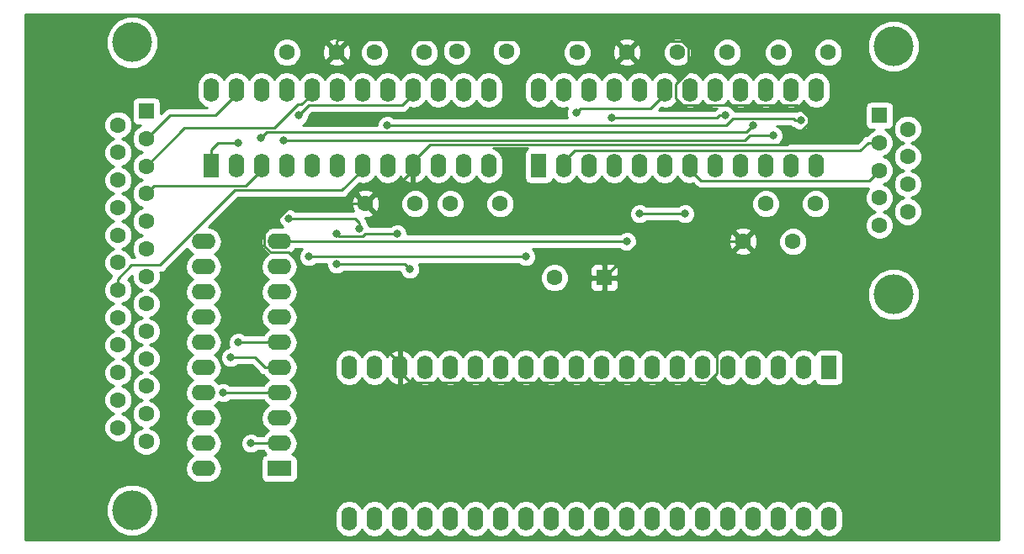
<source format=gbr>
G04 #@! TF.GenerationSoftware,KiCad,Pcbnew,5.0.2-bee76a0~70~ubuntu16.04.1*
G04 #@! TF.CreationDate,2022-01-23T08:06:22+01:00*
G04 #@! TF.ProjectId,SyncDongle,53796e63-446f-46e6-976c-652e6b696361,rev?*
G04 #@! TF.SameCoordinates,Original*
G04 #@! TF.FileFunction,Copper,L2,Bot*
G04 #@! TF.FilePolarity,Positive*
%FSLAX46Y46*%
G04 Gerber Fmt 4.6, Leading zero omitted, Abs format (unit mm)*
G04 Created by KiCad (PCBNEW 5.0.2-bee76a0~70~ubuntu16.04.1) date sön 23 jan 2022 08:06:22*
%MOMM*%
%LPD*%
G01*
G04 APERTURE LIST*
G04 #@! TA.AperFunction,ComponentPad*
%ADD10R,1.600000X1.600000*%
G04 #@! TD*
G04 #@! TA.AperFunction,ComponentPad*
%ADD11C,1.600000*%
G04 #@! TD*
G04 #@! TA.AperFunction,ComponentPad*
%ADD12C,4.000000*%
G04 #@! TD*
G04 #@! TA.AperFunction,ComponentPad*
%ADD13R,2.400000X1.600000*%
G04 #@! TD*
G04 #@! TA.AperFunction,ComponentPad*
%ADD14O,2.400000X1.600000*%
G04 #@! TD*
G04 #@! TA.AperFunction,ComponentPad*
%ADD15R,1.600000X2.400000*%
G04 #@! TD*
G04 #@! TA.AperFunction,ComponentPad*
%ADD16O,1.600000X2.400000*%
G04 #@! TD*
G04 #@! TA.AperFunction,ViaPad*
%ADD17C,0.800000*%
G04 #@! TD*
G04 #@! TA.AperFunction,Conductor*
%ADD18C,0.250000*%
G04 #@! TD*
G04 #@! TA.AperFunction,Conductor*
%ADD19C,0.254000*%
G04 #@! TD*
G04 APERTURE END LIST*
D10*
G04 #@! TO.P,C1,1*
G04 #@! TO.N,+5V*
X152648920Y-58265060D03*
D11*
G04 #@! TO.P,C1,2*
G04 #@! TO.N,GND*
X147648920Y-58265060D03*
G04 #@! TD*
G04 #@! TO.P,C2,2*
G04 #@! TO.N,Net-(C2-Pad2)*
X173910000Y-50800000D03*
G04 #@! TO.P,C2,1*
G04 #@! TO.N,Net-(C2-Pad1)*
X168910000Y-50800000D03*
G04 #@! TD*
G04 #@! TO.P,C3,1*
G04 #@! TO.N,Net-(C3-Pad1)*
X170180000Y-35560000D03*
G04 #@! TO.P,C3,2*
G04 #@! TO.N,Net-(C3-Pad2)*
X175180000Y-35560000D03*
G04 #@! TD*
G04 #@! TO.P,C4,2*
G04 #@! TO.N,Net-(C4-Pad2)*
X142160000Y-50800000D03*
G04 #@! TO.P,C4,1*
G04 #@! TO.N,Net-(C4-Pad1)*
X137160000Y-50800000D03*
G04 #@! TD*
G04 #@! TO.P,C5,1*
G04 #@! TO.N,Net-(C5-Pad1)*
X137795000Y-35433000D03*
G04 #@! TO.P,C5,2*
G04 #@! TO.N,Net-(C5-Pad2)*
X142795000Y-35433000D03*
G04 #@! TD*
G04 #@! TO.P,C6,1*
G04 #@! TO.N,GND*
X160020000Y-35560000D03*
G04 #@! TO.P,C6,2*
G04 #@! TO.N,Net-(C6-Pad2)*
X165020000Y-35560000D03*
G04 #@! TD*
G04 #@! TO.P,C7,2*
G04 #@! TO.N,Net-(C7-Pad2)*
X171624000Y-54610000D03*
G04 #@! TO.P,C7,1*
G04 #@! TO.N,+5V*
X166624000Y-54610000D03*
G04 #@! TD*
G04 #@! TO.P,C8,2*
G04 #@! TO.N,GND*
X120730000Y-35560000D03*
G04 #@! TO.P,C8,1*
G04 #@! TO.N,+5V*
X125730000Y-35560000D03*
G04 #@! TD*
G04 #@! TO.P,C9,1*
G04 #@! TO.N,GND*
X129540000Y-35560000D03*
G04 #@! TO.P,C9,2*
G04 #@! TO.N,Net-(C9-Pad2)*
X134540000Y-35560000D03*
G04 #@! TD*
G04 #@! TO.P,C10,1*
G04 #@! TO.N,+5V*
X128633220Y-50800000D03*
G04 #@! TO.P,C10,2*
G04 #@! TO.N,Net-(C10-Pad2)*
X133633220Y-50800000D03*
G04 #@! TD*
G04 #@! TO.P,C11,2*
G04 #@! TO.N,GND*
X149940000Y-35560000D03*
G04 #@! TO.P,C11,1*
G04 #@! TO.N,+5V*
X154940000Y-35560000D03*
G04 #@! TD*
D10*
G04 #@! TO.P,J1,1*
G04 #@! TO.N,Net-(J1-Pad1)*
X180340000Y-41910000D03*
D11*
G04 #@! TO.P,J1,2*
G04 #@! TO.N,/EIA_D_TX*
X180340000Y-44680000D03*
G04 #@! TO.P,J1,3*
G04 #@! TO.N,/EIA_D_RX*
X180340000Y-47450000D03*
G04 #@! TO.P,J1,4*
G04 #@! TO.N,Net-(J1-Pad4)*
X180340000Y-50220000D03*
G04 #@! TO.P,J1,5*
G04 #@! TO.N,GND*
X180340000Y-52990000D03*
G04 #@! TO.P,J1,6*
G04 #@! TO.N,Net-(J1-Pad6)*
X183180000Y-43295000D03*
G04 #@! TO.P,J1,7*
G04 #@! TO.N,Net-(J1-Pad7)*
X183180000Y-46065000D03*
G04 #@! TO.P,J1,8*
G04 #@! TO.N,Net-(J1-Pad8)*
X183180000Y-48835000D03*
G04 #@! TO.P,J1,9*
G04 #@! TO.N,Net-(J1-Pad9)*
X183180000Y-51605000D03*
D12*
G04 #@! TO.P,J1,0*
G04 #@! TO.N,GND*
X181760000Y-59950000D03*
X181760000Y-34950000D03*
G04 #@! TD*
D10*
G04 #@! TO.P,J2,1*
G04 #@! TO.N,GND*
X106560620Y-41498520D03*
D11*
G04 #@! TO.P,J2,2*
G04 #@! TO.N,/EIA_RD*
X106560620Y-44268520D03*
G04 #@! TO.P,J2,3*
G04 #@! TO.N,/EIA_TD*
X106560620Y-47038520D03*
G04 #@! TO.P,J2,4*
G04 #@! TO.N,/EIA_RTS*
X106560620Y-49808520D03*
G04 #@! TO.P,J2,5*
G04 #@! TO.N,Net-(J2-Pad5)*
X106560620Y-52578520D03*
G04 #@! TO.P,J2,6*
G04 #@! TO.N,Net-(J2-Pad6)*
X106560620Y-55348520D03*
G04 #@! TO.P,J2,7*
G04 #@! TO.N,GND*
X106560620Y-58118520D03*
G04 #@! TO.P,J2,8*
G04 #@! TO.N,Net-(J2-Pad8)*
X106560620Y-60888520D03*
G04 #@! TO.P,J2,9*
G04 #@! TO.N,Net-(J2-Pad9)*
X106560620Y-63658520D03*
G04 #@! TO.P,J2,10*
G04 #@! TO.N,Net-(J2-Pad10)*
X106560620Y-66428520D03*
G04 #@! TO.P,J2,11*
G04 #@! TO.N,Net-(J2-Pad11)*
X106560620Y-69198520D03*
G04 #@! TO.P,J2,12*
G04 #@! TO.N,Net-(J2-Pad12)*
X106560620Y-71968520D03*
G04 #@! TO.P,J2,13*
G04 #@! TO.N,Net-(J2-Pad13)*
X106560620Y-74738520D03*
G04 #@! TO.P,J2,14*
G04 #@! TO.N,Net-(J2-Pad14)*
X103720620Y-42883520D03*
G04 #@! TO.P,J2,15*
G04 #@! TO.N,Net-(J2-Pad15)*
X103720620Y-45653520D03*
G04 #@! TO.P,J2,16*
G04 #@! TO.N,Net-(J2-Pad16)*
X103720620Y-48423520D03*
G04 #@! TO.P,J2,17*
G04 #@! TO.N,Net-(J2-Pad17)*
X103720620Y-51193520D03*
G04 #@! TO.P,J2,18*
G04 #@! TO.N,Net-(J2-Pad18)*
X103720620Y-53963520D03*
G04 #@! TO.P,J2,19*
G04 #@! TO.N,Net-(J2-Pad19)*
X103720620Y-56733520D03*
G04 #@! TO.P,J2,20*
G04 #@! TO.N,/EIA_DTR*
X103720620Y-59503520D03*
G04 #@! TO.P,J2,21*
G04 #@! TO.N,Net-(J2-Pad21)*
X103720620Y-62273520D03*
G04 #@! TO.P,J2,22*
G04 #@! TO.N,Net-(J2-Pad22)*
X103720620Y-65043520D03*
G04 #@! TO.P,J2,23*
G04 #@! TO.N,Net-(J2-Pad23)*
X103720620Y-67813520D03*
G04 #@! TO.P,J2,24*
G04 #@! TO.N,Net-(J2-Pad24)*
X103720620Y-70583520D03*
G04 #@! TO.P,J2,25*
G04 #@! TO.N,Net-(J2-Pad25)*
X103720620Y-73353520D03*
D12*
G04 #@! TO.P,J2,0*
G04 #@! TO.N,GND*
X105140620Y-34568520D03*
X105140620Y-81668520D03*
G04 #@! TD*
D13*
G04 #@! TO.P,SW1,1*
G04 #@! TO.N,/EIA_CLKIN*
X119946420Y-77470000D03*
D14*
G04 #@! TO.P,SW1,11*
G04 #@! TO.N,Net-(J2-Pad15)*
X112326420Y-54610000D03*
G04 #@! TO.P,SW1,2*
G04 #@! TO.N,/EIA_CLKOUT*
X119946420Y-74930000D03*
G04 #@! TO.P,SW1,12*
G04 #@! TO.N,Net-(J2-Pad17)*
X112326420Y-57150000D03*
G04 #@! TO.P,SW1,3*
G04 #@! TO.N,/EIA_RI*
X119946420Y-72390000D03*
G04 #@! TO.P,SW1,13*
G04 #@! TO.N,Net-(J2-Pad15)*
X112326420Y-59690000D03*
G04 #@! TO.P,SW1,4*
G04 #@! TO.N,/EIA_DCD*
X119946420Y-69850000D03*
G04 #@! TO.P,SW1,14*
G04 #@! TO.N,Net-(J2-Pad17)*
X112326420Y-62230000D03*
G04 #@! TO.P,SW1,5*
G04 #@! TO.N,/EIA_DSR*
X119946420Y-67310000D03*
G04 #@! TO.P,SW1,15*
G04 #@! TO.N,Net-(J2-Pad5)*
X112326420Y-64770000D03*
G04 #@! TO.P,SW1,6*
G04 #@! TO.N,/EIA_CTS*
X119946420Y-64770000D03*
G04 #@! TO.P,SW1,16*
G04 #@! TO.N,Net-(J2-Pad6)*
X112326420Y-67310000D03*
G04 #@! TO.P,SW1,7*
G04 #@! TO.N,/EIA_CLKIN*
X119946420Y-62230000D03*
G04 #@! TO.P,SW1,17*
G04 #@! TO.N,Net-(J2-Pad8)*
X112326420Y-69850000D03*
G04 #@! TO.P,SW1,8*
G04 #@! TO.N,/EIA_CLKIN*
X119946420Y-59690000D03*
G04 #@! TO.P,SW1,18*
G04 #@! TO.N,Net-(J2-Pad22)*
X112326420Y-72390000D03*
G04 #@! TO.P,SW1,9*
G04 #@! TO.N,/EIA_CLKOUT*
X119946420Y-57150000D03*
G04 #@! TO.P,SW1,19*
G04 #@! TO.N,Net-(J2-Pad24)*
X112326420Y-74930000D03*
G04 #@! TO.P,SW1,10*
G04 #@! TO.N,/EIA_CLKOUT*
X119946420Y-54610000D03*
G04 #@! TO.P,SW1,20*
G04 #@! TO.N,Net-(J2-Pad24)*
X112326420Y-77470000D03*
G04 #@! TD*
D15*
G04 #@! TO.P,U1,1*
G04 #@! TO.N,GND*
X175260000Y-67310000D03*
D16*
G04 #@! TO.P,U1,21*
G04 #@! TO.N,Net-(U1-Pad21)*
X127000000Y-82550000D03*
G04 #@! TO.P,U1,2*
G04 #@! TO.N,/CMOS_CKIN*
X172720000Y-67310000D03*
G04 #@! TO.P,U1,22*
G04 #@! TO.N,Net-(U1-Pad22)*
X129540000Y-82550000D03*
G04 #@! TO.P,U1,3*
G04 #@! TO.N,/CMOS_TD*
X170180000Y-67310000D03*
G04 #@! TO.P,U1,23*
G04 #@! TO.N,Net-(U1-Pad23)*
X132080000Y-82550000D03*
G04 #@! TO.P,U1,4*
G04 #@! TO.N,/CMOS_RD*
X167640000Y-67310000D03*
G04 #@! TO.P,U1,24*
G04 #@! TO.N,Net-(U1-Pad24)*
X134620000Y-82550000D03*
G04 #@! TO.P,U1,5*
G04 #@! TO.N,/CMOS_CKOUT*
X165100000Y-67310000D03*
G04 #@! TO.P,U1,25*
G04 #@! TO.N,Net-(U1-Pad25)*
X137160000Y-82550000D03*
G04 #@! TO.P,U1,6*
G04 #@! TO.N,/CMOS_D_TX*
X162560000Y-67310000D03*
G04 #@! TO.P,U1,26*
G04 #@! TO.N,Net-(U1-Pad26)*
X139700000Y-82550000D03*
G04 #@! TO.P,U1,7*
G04 #@! TO.N,/CMOS_D_RX*
X160020000Y-67310000D03*
G04 #@! TO.P,U1,27*
G04 #@! TO.N,Net-(U1-Pad27)*
X142240000Y-82550000D03*
G04 #@! TO.P,U1,8*
G04 #@! TO.N,Net-(U1-Pad8)*
X157480000Y-67310000D03*
G04 #@! TO.P,U1,28*
G04 #@! TO.N,Net-(U1-Pad28)*
X144780000Y-82550000D03*
G04 #@! TO.P,U1,9*
G04 #@! TO.N,Net-(U1-Pad9)*
X154940000Y-67310000D03*
G04 #@! TO.P,U1,29*
G04 #@! TO.N,Net-(U1-Pad29)*
X147320000Y-82550000D03*
G04 #@! TO.P,U1,10*
G04 #@! TO.N,Net-(U1-Pad10)*
X152400000Y-67310000D03*
G04 #@! TO.P,U1,30*
G04 #@! TO.N,Net-(U1-Pad30)*
X149860000Y-82550000D03*
G04 #@! TO.P,U1,11*
G04 #@! TO.N,/CMOS_RI*
X149860000Y-67310000D03*
G04 #@! TO.P,U1,31*
G04 #@! TO.N,Net-(U1-Pad31)*
X152400000Y-82550000D03*
G04 #@! TO.P,U1,12*
G04 #@! TO.N,/CMOS_DTR*
X147320000Y-67310000D03*
G04 #@! TO.P,U1,32*
G04 #@! TO.N,Net-(U1-Pad32)*
X154940000Y-82550000D03*
G04 #@! TO.P,U1,13*
G04 #@! TO.N,Net-(U1-Pad13)*
X144780000Y-67310000D03*
G04 #@! TO.P,U1,33*
G04 #@! TO.N,Net-(U1-Pad33)*
X157480000Y-82550000D03*
G04 #@! TO.P,U1,14*
G04 #@! TO.N,/CMOS_DSR*
X142240000Y-67310000D03*
G04 #@! TO.P,U1,34*
G04 #@! TO.N,Net-(U1-Pad34)*
X160020000Y-82550000D03*
G04 #@! TO.P,U1,15*
G04 #@! TO.N,/CMOS_CTS*
X139700000Y-67310000D03*
G04 #@! TO.P,U1,35*
G04 #@! TO.N,Net-(U1-Pad35)*
X162560000Y-82550000D03*
G04 #@! TO.P,U1,16*
G04 #@! TO.N,/CMOS_RTS*
X137160000Y-67310000D03*
G04 #@! TO.P,U1,36*
G04 #@! TO.N,Net-(U1-Pad36)*
X165100000Y-82550000D03*
G04 #@! TO.P,U1,17*
G04 #@! TO.N,/CMOS_DCD*
X134620000Y-67310000D03*
G04 #@! TO.P,U1,37*
G04 #@! TO.N,Net-(U1-Pad37)*
X167640000Y-82550000D03*
G04 #@! TO.P,U1,18*
G04 #@! TO.N,+5V*
X132080000Y-67310000D03*
G04 #@! TO.P,U1,38*
G04 #@! TO.N,Net-(U1-Pad38)*
X170180000Y-82550000D03*
G04 #@! TO.P,U1,19*
G04 #@! TO.N,GND*
X129540000Y-67310000D03*
G04 #@! TO.P,U1,39*
X172720000Y-82550000D03*
G04 #@! TO.P,U1,20*
G04 #@! TO.N,Net-(U1-Pad20)*
X127000000Y-67310000D03*
G04 #@! TO.P,U1,40*
G04 #@! TO.N,Net-(U1-Pad40)*
X175260000Y-82550000D03*
G04 #@! TD*
D15*
G04 #@! TO.P,U2,1*
G04 #@! TO.N,Net-(U2-Pad1)*
X146050000Y-46990000D03*
D16*
G04 #@! TO.P,U2,13*
G04 #@! TO.N,Net-(C3-Pad2)*
X173990000Y-39370000D03*
G04 #@! TO.P,U2,2*
G04 #@! TO.N,/EIA_D_TX*
X148590000Y-46990000D03*
G04 #@! TO.P,U2,14*
G04 #@! TO.N,Net-(C3-Pad1)*
X171450000Y-39370000D03*
G04 #@! TO.P,U2,3*
G04 #@! TO.N,Net-(U2-Pad3)*
X151130000Y-46990000D03*
G04 #@! TO.P,U2,15*
G04 #@! TO.N,Net-(C6-Pad2)*
X168910000Y-39370000D03*
G04 #@! TO.P,U2,4*
G04 #@! TO.N,Net-(U2-Pad4)*
X153670000Y-46990000D03*
G04 #@! TO.P,U2,16*
G04 #@! TO.N,Net-(U2-Pad16)*
X166370000Y-39370000D03*
G04 #@! TO.P,U2,5*
G04 #@! TO.N,/CMOS_D_TX*
X156210000Y-46990000D03*
G04 #@! TO.P,U2,17*
G04 #@! TO.N,Net-(U2-Pad17)*
X163830000Y-39370000D03*
G04 #@! TO.P,U2,6*
G04 #@! TO.N,/CMOS_D_RX*
X158750000Y-46990000D03*
G04 #@! TO.P,U2,18*
G04 #@! TO.N,Net-(U2-Pad18)*
X161290000Y-39370000D03*
G04 #@! TO.P,U2,7*
G04 #@! TO.N,/EIA_D_RX*
X161290000Y-46990000D03*
G04 #@! TO.P,U2,19*
G04 #@! TO.N,/CMOS_RI*
X158750000Y-39370000D03*
G04 #@! TO.P,U2,8*
G04 #@! TO.N,GND*
X163830000Y-46990000D03*
G04 #@! TO.P,U2,20*
G04 #@! TO.N,/EIA_CLKOUT*
X156210000Y-39370000D03*
G04 #@! TO.P,U2,9*
G04 #@! TO.N,+5V*
X166370000Y-46990000D03*
G04 #@! TO.P,U2,21*
G04 #@! TO.N,/CMOS_CKOUT*
X153670000Y-39370000D03*
G04 #@! TO.P,U2,10*
G04 #@! TO.N,Net-(C2-Pad1)*
X168910000Y-46990000D03*
G04 #@! TO.P,U2,22*
G04 #@! TO.N,Net-(U2-Pad22)*
X151130000Y-39370000D03*
G04 #@! TO.P,U2,11*
G04 #@! TO.N,Net-(C7-Pad2)*
X171450000Y-46990000D03*
G04 #@! TO.P,U2,23*
G04 #@! TO.N,Net-(U2-Pad23)*
X148590000Y-39370000D03*
G04 #@! TO.P,U2,12*
G04 #@! TO.N,Net-(C2-Pad2)*
X173990000Y-46990000D03*
G04 #@! TO.P,U2,24*
G04 #@! TO.N,/EIA_RI*
X146050000Y-39370000D03*
G04 #@! TD*
G04 #@! TO.P,U3,24*
G04 #@! TO.N,/EIA_DCD*
X113090960Y-39370000D03*
G04 #@! TO.P,U3,12*
G04 #@! TO.N,Net-(C4-Pad2)*
X141030960Y-46990000D03*
G04 #@! TO.P,U3,23*
G04 #@! TO.N,/EIA_RD*
X115630960Y-39370000D03*
G04 #@! TO.P,U3,11*
G04 #@! TO.N,Net-(C10-Pad2)*
X138490960Y-46990000D03*
G04 #@! TO.P,U3,22*
G04 #@! TO.N,/CMOS_RD*
X118170960Y-39370000D03*
G04 #@! TO.P,U3,10*
G04 #@! TO.N,Net-(C4-Pad1)*
X135950960Y-46990000D03*
G04 #@! TO.P,U3,21*
G04 #@! TO.N,/CMOS_TD*
X120710960Y-39370000D03*
G04 #@! TO.P,U3,9*
G04 #@! TO.N,+5V*
X133410960Y-46990000D03*
G04 #@! TO.P,U3,20*
G04 #@! TO.N,/EIA_TD*
X123250960Y-39370000D03*
G04 #@! TO.P,U3,8*
G04 #@! TO.N,GND*
X130870960Y-46990000D03*
G04 #@! TO.P,U3,19*
G04 #@! TO.N,/CMOS_DCD*
X125790960Y-39370000D03*
G04 #@! TO.P,U3,7*
G04 #@! TO.N,/EIA_DTR*
X128330960Y-46990000D03*
G04 #@! TO.P,U3,18*
G04 #@! TO.N,/CMOS_CTS*
X128330960Y-39370000D03*
G04 #@! TO.P,U3,6*
G04 #@! TO.N,/CMOS_DTR*
X125790960Y-46990000D03*
G04 #@! TO.P,U3,17*
G04 #@! TO.N,/CMOS_CKIN*
X130870960Y-39370000D03*
G04 #@! TO.P,U3,5*
G04 #@! TO.N,/CMOS_DSR*
X123250960Y-46990000D03*
G04 #@! TO.P,U3,16*
G04 #@! TO.N,/EIA_CLKIN*
X133410960Y-39370000D03*
G04 #@! TO.P,U3,4*
G04 #@! TO.N,/CMOS_RTS*
X120710960Y-46990000D03*
G04 #@! TO.P,U3,15*
G04 #@! TO.N,Net-(C9-Pad2)*
X135950960Y-39370000D03*
G04 #@! TO.P,U3,3*
G04 #@! TO.N,/EIA_RTS*
X118170960Y-46990000D03*
G04 #@! TO.P,U3,14*
G04 #@! TO.N,Net-(C5-Pad1)*
X138490960Y-39370000D03*
G04 #@! TO.P,U3,2*
G04 #@! TO.N,/EIA_DSR*
X115630960Y-46990000D03*
G04 #@! TO.P,U3,13*
G04 #@! TO.N,Net-(C5-Pad2)*
X141030960Y-39370000D03*
D15*
G04 #@! TO.P,U3,1*
G04 #@! TO.N,/EIA_CTS*
X113090960Y-46990000D03*
G04 #@! TD*
D17*
G04 #@! TO.N,/EIA_CLKIN*
X121920000Y-41910000D03*
G04 #@! TO.N,/EIA_CLKOUT*
X154940000Y-54610000D03*
X117094000Y-74930000D03*
G04 #@! TO.N,/EIA_RI*
X122936000Y-56134000D03*
X144780000Y-56134000D03*
G04 #@! TO.N,/EIA_DCD*
X114300000Y-69850000D03*
G04 #@! TO.N,/EIA_DSR*
X115062000Y-66294000D03*
G04 #@! TO.N,/EIA_CTS*
X115824000Y-64770000D03*
X115824000Y-44704000D03*
G04 #@! TO.N,/CMOS_CKIN*
X172466000Y-42418000D03*
X130810000Y-42905010D03*
G04 #@! TO.N,/CMOS_TD*
X169672000Y-43942000D03*
X120396000Y-44450000D03*
G04 #@! TO.N,/CMOS_RD*
X167640000Y-42926000D03*
X118110000Y-44196000D03*
G04 #@! TO.N,/CMOS_CKOUT*
X164846000Y-41910000D03*
X153416000Y-42164000D03*
G04 #@! TO.N,/CMOS_D_TX*
X160782000Y-51816000D03*
X156210000Y-51816000D03*
G04 #@! TO.N,/CMOS_RI*
X149860000Y-41656000D03*
G04 #@! TO.N,/CMOS_DTR*
X131826000Y-53848000D03*
X125730000Y-53848000D03*
G04 #@! TO.N,/CMOS_DSR*
X133096000Y-57404000D03*
X125730000Y-56896000D03*
G04 #@! TO.N,/CMOS_RTS*
X128016000Y-53340000D03*
X120904000Y-52324000D03*
G04 #@! TD*
D18*
G04 #@! TO.N,+5V*
X133410960Y-47390000D02*
X133410960Y-46990000D01*
X130800959Y-50000001D02*
X133410960Y-47390000D01*
X129433219Y-50000001D02*
X130800959Y-50000001D01*
X128633220Y-50800000D02*
X129433219Y-50000001D01*
X154140001Y-34760001D02*
X154940000Y-35560000D01*
X153687999Y-34307999D02*
X154140001Y-34760001D01*
X125850631Y-34307999D02*
X153687999Y-34307999D01*
X125730000Y-34428630D02*
X125850631Y-34307999D01*
X125730000Y-35560000D02*
X125730000Y-34428630D01*
X156303980Y-54610000D02*
X152648920Y-58265060D01*
X166624000Y-54610000D02*
X156303980Y-54610000D01*
X153698920Y-58265060D02*
X152648920Y-58265060D01*
X159668062Y-58265060D02*
X153698920Y-58265060D01*
X163974990Y-62571988D02*
X159668062Y-58265060D01*
X163974990Y-67886014D02*
X163974990Y-62571988D01*
X163025994Y-68835010D02*
X163974990Y-67886014D01*
X133205010Y-68835010D02*
X163025994Y-68835010D01*
X132080000Y-67710000D02*
X133205010Y-68835010D01*
X132080000Y-67310000D02*
X132080000Y-67710000D01*
X118421410Y-53733588D02*
X121354998Y-50800000D01*
X118421410Y-55075994D02*
X118421410Y-53733588D01*
X119080426Y-55735010D02*
X118421410Y-55075994D01*
X120905010Y-55735010D02*
X119080426Y-55735010D01*
X127501850Y-50800000D02*
X128633220Y-50800000D01*
X132080000Y-66910000D02*
X120905010Y-55735010D01*
X121354998Y-50800000D02*
X127501850Y-50800000D01*
X132080000Y-67310000D02*
X132080000Y-66910000D01*
X156065001Y-34434999D02*
X155739999Y-34760001D01*
X160560001Y-34434999D02*
X156065001Y-34434999D01*
X161145001Y-35019999D02*
X160560001Y-34434999D01*
X155739999Y-34760001D02*
X154940000Y-35560000D01*
X160534026Y-40895010D02*
X159875010Y-40235994D01*
X172016012Y-40895010D02*
X160534026Y-40895010D01*
X159875010Y-40235994D02*
X159875010Y-38793986D01*
X171056992Y-44900010D02*
X173191001Y-42766001D01*
X135100950Y-44900010D02*
X171056992Y-44900010D01*
X159875010Y-38793986D02*
X161145001Y-37523995D01*
X173191001Y-42766001D02*
X173191001Y-42069999D01*
X133410960Y-46590000D02*
X135100950Y-44900010D01*
X161145001Y-37523995D02*
X161145001Y-35019999D01*
X173191001Y-42069999D02*
X172016012Y-40895010D01*
X133410960Y-46990000D02*
X133410960Y-46590000D01*
G04 #@! TO.N,/EIA_D_TX*
X148590000Y-46590000D02*
X148590000Y-46990000D01*
X178423640Y-45464990D02*
X149715010Y-45464990D01*
X179208630Y-44680000D02*
X178423640Y-45464990D01*
X149715010Y-45464990D02*
X148590000Y-46590000D01*
X180340000Y-44680000D02*
X179208630Y-44680000D01*
G04 #@! TO.N,/EIA_D_RX*
X161290000Y-47390000D02*
X161290000Y-46990000D01*
X162415010Y-48515010D02*
X161290000Y-47390000D01*
X179274990Y-48515010D02*
X162415010Y-48515010D01*
X180340000Y-47450000D02*
X179274990Y-48515010D01*
G04 #@! TO.N,/EIA_RD*
X115630960Y-39770000D02*
X115630960Y-39370000D01*
X113490960Y-41910000D02*
X115630960Y-39770000D01*
X108919140Y-41910000D02*
X113490960Y-41910000D01*
X106560620Y-44268520D02*
X108919140Y-41910000D01*
G04 #@! TO.N,/EIA_TD*
X106560620Y-47038520D02*
X110419140Y-43180000D01*
X123250960Y-39770000D02*
X123250960Y-39370000D01*
X122200960Y-40820000D02*
X123250960Y-39770000D01*
X121800960Y-40820000D02*
X122200960Y-40820000D01*
X119440960Y-43180000D02*
X121800960Y-40820000D01*
X110419140Y-43180000D02*
X119440960Y-43180000D01*
G04 #@! TO.N,/EIA_RTS*
X118170960Y-47390000D02*
X118170960Y-46990000D01*
X116552439Y-49008521D02*
X118170960Y-47390000D01*
X107360619Y-49008521D02*
X116552439Y-49008521D01*
X106560620Y-49808520D02*
X107360619Y-49008521D01*
G04 #@! TO.N,/EIA_DTR*
X128330960Y-47390000D02*
X128330960Y-46990000D01*
X115486885Y-49458531D02*
X126262429Y-49458531D01*
X107951897Y-56993519D02*
X115486885Y-49458531D01*
X105099251Y-56993519D02*
X107951897Y-56993519D01*
X103720620Y-58372150D02*
X105099251Y-56993519D01*
X126262429Y-49458531D02*
X128330960Y-47390000D01*
X103720620Y-59503520D02*
X103720620Y-58372150D01*
G04 #@! TO.N,/EIA_CLKIN*
X133410960Y-39770000D02*
X133410960Y-39370000D01*
X122934990Y-40895010D02*
X132285950Y-40895010D01*
X132285950Y-40895010D02*
X133410960Y-39770000D01*
X121920000Y-41910000D02*
X122934990Y-40895010D01*
G04 #@! TO.N,/EIA_CLKOUT*
X119946420Y-54610000D02*
X154940000Y-54610000D01*
X119946420Y-74930000D02*
X117094000Y-74930000D01*
G04 #@! TO.N,/EIA_RI*
X122936000Y-56134000D02*
X144780000Y-56134000D01*
G04 #@! TO.N,/EIA_DCD*
X119946420Y-69850000D02*
X118496420Y-69850000D01*
X118496420Y-69850000D02*
X114300000Y-69850000D01*
G04 #@! TO.N,/EIA_DSR*
X118496420Y-67310000D02*
X117480420Y-66294000D01*
X119946420Y-67310000D02*
X118496420Y-67310000D01*
X117480420Y-66294000D02*
X115062000Y-66294000D01*
G04 #@! TO.N,/EIA_CTS*
X119946420Y-64770000D02*
X118496420Y-64770000D01*
X118496420Y-64770000D02*
X115824000Y-64770000D01*
X115824000Y-44704000D02*
X113792000Y-44704000D01*
X113090960Y-45405040D02*
X113090960Y-46990000D01*
X113792000Y-44704000D02*
X113090960Y-45405040D01*
G04 #@! TO.N,/CMOS_CKIN*
X165628003Y-42200999D02*
X164903002Y-42926000D01*
X171683314Y-42200999D02*
X165628003Y-42200999D01*
X171900315Y-42418000D02*
X171683314Y-42200999D01*
X172466000Y-42418000D02*
X171900315Y-42418000D01*
X130810000Y-42926000D02*
X130810000Y-42905010D01*
X164903002Y-42926000D02*
X130810000Y-42905010D01*
G04 #@! TO.N,/CMOS_TD*
X167260410Y-43942000D02*
X166752410Y-44450000D01*
X169672000Y-43942000D02*
X167260410Y-43942000D01*
X166752410Y-44450000D02*
X120396000Y-44450000D01*
G04 #@! TO.N,/CMOS_RD*
X166935990Y-43630010D02*
X118675990Y-43630010D01*
X167640000Y-42926000D02*
X166935990Y-43630010D01*
X118675990Y-43630010D02*
X118110000Y-44196000D01*
G04 #@! TO.N,/CMOS_CKOUT*
X164280315Y-41910000D02*
X164026315Y-42164000D01*
X164846000Y-41910000D02*
X164280315Y-41910000D01*
X164026315Y-42164000D02*
X153416000Y-42164000D01*
G04 #@! TO.N,/CMOS_D_TX*
X160782000Y-51816000D02*
X156210000Y-51816000D01*
G04 #@! TO.N,/CMOS_RI*
X157263999Y-41256001D02*
X158750000Y-39770000D01*
X150259999Y-41256001D02*
X157263999Y-41256001D01*
X158750000Y-39770000D02*
X158750000Y-39370000D01*
X149860000Y-41656000D02*
X150259999Y-41256001D01*
G04 #@! TO.N,/CMOS_DTR*
X128581002Y-53848000D02*
X128364001Y-54065001D01*
X128364001Y-54065001D02*
X125947001Y-54065001D01*
X131826000Y-53848000D02*
X128581002Y-53848000D01*
X125947001Y-54065001D02*
X125730000Y-53848000D01*
G04 #@! TO.N,/CMOS_DSR*
X133096000Y-57404000D02*
X132588000Y-56896000D01*
X132588000Y-56896000D02*
X125730000Y-56896000D01*
G04 #@! TO.N,/CMOS_RTS*
X128016000Y-52774315D02*
X127565685Y-52324000D01*
X128016000Y-53340000D02*
X128016000Y-52774315D01*
X127565685Y-52324000D02*
X120904000Y-52324000D01*
G04 #@! TD*
D19*
G04 #@! TO.N,+5V*
G36*
X192330001Y-84634000D02*
X94436000Y-84634000D01*
X94436000Y-81144386D01*
X102505620Y-81144386D01*
X102505620Y-82192654D01*
X102906775Y-83161128D01*
X103648012Y-83902365D01*
X104616486Y-84303520D01*
X105664754Y-84303520D01*
X106633228Y-83902365D01*
X107374465Y-83161128D01*
X107775620Y-82192654D01*
X107775620Y-82008667D01*
X125565000Y-82008667D01*
X125565000Y-83091332D01*
X125648260Y-83509908D01*
X125965423Y-83984576D01*
X126440091Y-84301740D01*
X127000000Y-84413113D01*
X127559908Y-84301740D01*
X128034576Y-83984577D01*
X128270000Y-83632241D01*
X128505423Y-83984576D01*
X128980091Y-84301740D01*
X129540000Y-84413113D01*
X130099908Y-84301740D01*
X130574576Y-83984577D01*
X130810000Y-83632241D01*
X131045423Y-83984576D01*
X131520091Y-84301740D01*
X132080000Y-84413113D01*
X132639908Y-84301740D01*
X133114576Y-83984577D01*
X133350000Y-83632241D01*
X133585423Y-83984576D01*
X134060091Y-84301740D01*
X134620000Y-84413113D01*
X135179908Y-84301740D01*
X135654576Y-83984577D01*
X135890000Y-83632241D01*
X136125423Y-83984576D01*
X136600091Y-84301740D01*
X137160000Y-84413113D01*
X137719908Y-84301740D01*
X138194576Y-83984577D01*
X138430000Y-83632241D01*
X138665423Y-83984576D01*
X139140091Y-84301740D01*
X139700000Y-84413113D01*
X140259908Y-84301740D01*
X140734576Y-83984577D01*
X140970000Y-83632241D01*
X141205423Y-83984576D01*
X141680091Y-84301740D01*
X142240000Y-84413113D01*
X142799908Y-84301740D01*
X143274576Y-83984577D01*
X143510000Y-83632241D01*
X143745423Y-83984576D01*
X144220091Y-84301740D01*
X144780000Y-84413113D01*
X145339908Y-84301740D01*
X145814576Y-83984577D01*
X146050000Y-83632241D01*
X146285423Y-83984576D01*
X146760091Y-84301740D01*
X147320000Y-84413113D01*
X147879908Y-84301740D01*
X148354576Y-83984577D01*
X148590000Y-83632241D01*
X148825423Y-83984576D01*
X149300091Y-84301740D01*
X149860000Y-84413113D01*
X150419908Y-84301740D01*
X150894576Y-83984577D01*
X151130000Y-83632241D01*
X151365423Y-83984576D01*
X151840091Y-84301740D01*
X152400000Y-84413113D01*
X152959908Y-84301740D01*
X153434576Y-83984577D01*
X153670000Y-83632241D01*
X153905423Y-83984576D01*
X154380091Y-84301740D01*
X154940000Y-84413113D01*
X155499908Y-84301740D01*
X155974576Y-83984577D01*
X156210000Y-83632241D01*
X156445423Y-83984576D01*
X156920091Y-84301740D01*
X157480000Y-84413113D01*
X158039908Y-84301740D01*
X158514576Y-83984577D01*
X158750000Y-83632241D01*
X158985423Y-83984576D01*
X159460091Y-84301740D01*
X160020000Y-84413113D01*
X160579908Y-84301740D01*
X161054576Y-83984577D01*
X161290000Y-83632241D01*
X161525423Y-83984576D01*
X162000091Y-84301740D01*
X162560000Y-84413113D01*
X163119908Y-84301740D01*
X163594576Y-83984577D01*
X163830000Y-83632241D01*
X164065423Y-83984576D01*
X164540091Y-84301740D01*
X165100000Y-84413113D01*
X165659908Y-84301740D01*
X166134576Y-83984577D01*
X166370000Y-83632241D01*
X166605423Y-83984576D01*
X167080091Y-84301740D01*
X167640000Y-84413113D01*
X168199908Y-84301740D01*
X168674576Y-83984577D01*
X168910000Y-83632241D01*
X169145423Y-83984576D01*
X169620091Y-84301740D01*
X170180000Y-84413113D01*
X170739908Y-84301740D01*
X171214576Y-83984577D01*
X171450000Y-83632241D01*
X171685423Y-83984576D01*
X172160091Y-84301740D01*
X172720000Y-84413113D01*
X173279908Y-84301740D01*
X173754576Y-83984577D01*
X173990000Y-83632241D01*
X174225423Y-83984576D01*
X174700091Y-84301740D01*
X175260000Y-84413113D01*
X175819908Y-84301740D01*
X176294576Y-83984577D01*
X176611740Y-83509909D01*
X176695000Y-83091333D01*
X176695000Y-82008668D01*
X176611740Y-81590091D01*
X176294577Y-81115423D01*
X175819909Y-80798260D01*
X175260000Y-80686887D01*
X174700092Y-80798260D01*
X174225424Y-81115423D01*
X173990000Y-81467759D01*
X173754577Y-81115423D01*
X173279909Y-80798260D01*
X172720000Y-80686887D01*
X172160092Y-80798260D01*
X171685424Y-81115423D01*
X171450000Y-81467759D01*
X171214577Y-81115423D01*
X170739909Y-80798260D01*
X170180000Y-80686887D01*
X169620092Y-80798260D01*
X169145424Y-81115423D01*
X168910000Y-81467759D01*
X168674577Y-81115423D01*
X168199909Y-80798260D01*
X167640000Y-80686887D01*
X167080092Y-80798260D01*
X166605424Y-81115423D01*
X166370000Y-81467759D01*
X166134577Y-81115423D01*
X165659909Y-80798260D01*
X165100000Y-80686887D01*
X164540092Y-80798260D01*
X164065424Y-81115423D01*
X163830000Y-81467759D01*
X163594577Y-81115423D01*
X163119909Y-80798260D01*
X162560000Y-80686887D01*
X162000092Y-80798260D01*
X161525424Y-81115423D01*
X161290000Y-81467759D01*
X161054577Y-81115423D01*
X160579909Y-80798260D01*
X160020000Y-80686887D01*
X159460092Y-80798260D01*
X158985424Y-81115423D01*
X158750000Y-81467759D01*
X158514577Y-81115423D01*
X158039909Y-80798260D01*
X157480000Y-80686887D01*
X156920092Y-80798260D01*
X156445424Y-81115423D01*
X156210000Y-81467759D01*
X155974577Y-81115423D01*
X155499909Y-80798260D01*
X154940000Y-80686887D01*
X154380092Y-80798260D01*
X153905424Y-81115423D01*
X153670000Y-81467759D01*
X153434577Y-81115423D01*
X152959909Y-80798260D01*
X152400000Y-80686887D01*
X151840092Y-80798260D01*
X151365424Y-81115423D01*
X151130000Y-81467759D01*
X150894577Y-81115423D01*
X150419909Y-80798260D01*
X149860000Y-80686887D01*
X149300092Y-80798260D01*
X148825424Y-81115423D01*
X148590000Y-81467759D01*
X148354577Y-81115423D01*
X147879909Y-80798260D01*
X147320000Y-80686887D01*
X146760092Y-80798260D01*
X146285424Y-81115423D01*
X146050000Y-81467759D01*
X145814577Y-81115423D01*
X145339909Y-80798260D01*
X144780000Y-80686887D01*
X144220092Y-80798260D01*
X143745424Y-81115423D01*
X143510000Y-81467759D01*
X143274577Y-81115423D01*
X142799909Y-80798260D01*
X142240000Y-80686887D01*
X141680092Y-80798260D01*
X141205424Y-81115423D01*
X140970000Y-81467759D01*
X140734577Y-81115423D01*
X140259909Y-80798260D01*
X139700000Y-80686887D01*
X139140092Y-80798260D01*
X138665424Y-81115423D01*
X138430000Y-81467759D01*
X138194577Y-81115423D01*
X137719909Y-80798260D01*
X137160000Y-80686887D01*
X136600092Y-80798260D01*
X136125424Y-81115423D01*
X135890000Y-81467759D01*
X135654577Y-81115423D01*
X135179909Y-80798260D01*
X134620000Y-80686887D01*
X134060092Y-80798260D01*
X133585424Y-81115423D01*
X133350000Y-81467759D01*
X133114577Y-81115423D01*
X132639909Y-80798260D01*
X132080000Y-80686887D01*
X131520092Y-80798260D01*
X131045424Y-81115423D01*
X130810000Y-81467759D01*
X130574577Y-81115423D01*
X130099909Y-80798260D01*
X129540000Y-80686887D01*
X128980092Y-80798260D01*
X128505424Y-81115423D01*
X128270000Y-81467759D01*
X128034577Y-81115423D01*
X127559909Y-80798260D01*
X127000000Y-80686887D01*
X126440092Y-80798260D01*
X125965424Y-81115423D01*
X125648260Y-81590091D01*
X125565000Y-82008667D01*
X107775620Y-82008667D01*
X107775620Y-81144386D01*
X107374465Y-80175912D01*
X106633228Y-79434675D01*
X105664754Y-79033520D01*
X104616486Y-79033520D01*
X103648012Y-79434675D01*
X102906775Y-80175912D01*
X102505620Y-81144386D01*
X94436000Y-81144386D01*
X94436000Y-42598081D01*
X102285620Y-42598081D01*
X102285620Y-43168959D01*
X102504086Y-43696382D01*
X102907758Y-44100054D01*
X103314470Y-44268520D01*
X102907758Y-44436986D01*
X102504086Y-44840658D01*
X102285620Y-45368081D01*
X102285620Y-45938959D01*
X102504086Y-46466382D01*
X102907758Y-46870054D01*
X103314470Y-47038520D01*
X102907758Y-47206986D01*
X102504086Y-47610658D01*
X102285620Y-48138081D01*
X102285620Y-48708959D01*
X102504086Y-49236382D01*
X102907758Y-49640054D01*
X103314470Y-49808520D01*
X102907758Y-49976986D01*
X102504086Y-50380658D01*
X102285620Y-50908081D01*
X102285620Y-51478959D01*
X102504086Y-52006382D01*
X102907758Y-52410054D01*
X103314470Y-52578520D01*
X102907758Y-52746986D01*
X102504086Y-53150658D01*
X102285620Y-53678081D01*
X102285620Y-54248959D01*
X102504086Y-54776382D01*
X102907758Y-55180054D01*
X103314470Y-55348520D01*
X102907758Y-55516986D01*
X102504086Y-55920658D01*
X102285620Y-56448081D01*
X102285620Y-57018959D01*
X102504086Y-57546382D01*
X102907758Y-57950054D01*
X103049408Y-58008728D01*
X103004717Y-58075613D01*
X102967603Y-58262197D01*
X102907758Y-58286986D01*
X102504086Y-58690658D01*
X102285620Y-59218081D01*
X102285620Y-59788959D01*
X102504086Y-60316382D01*
X102907758Y-60720054D01*
X103314470Y-60888520D01*
X102907758Y-61056986D01*
X102504086Y-61460658D01*
X102285620Y-61988081D01*
X102285620Y-62558959D01*
X102504086Y-63086382D01*
X102907758Y-63490054D01*
X103314470Y-63658520D01*
X102907758Y-63826986D01*
X102504086Y-64230658D01*
X102285620Y-64758081D01*
X102285620Y-65328959D01*
X102504086Y-65856382D01*
X102907758Y-66260054D01*
X103314470Y-66428520D01*
X102907758Y-66596986D01*
X102504086Y-67000658D01*
X102285620Y-67528081D01*
X102285620Y-68098959D01*
X102504086Y-68626382D01*
X102907758Y-69030054D01*
X103314470Y-69198520D01*
X102907758Y-69366986D01*
X102504086Y-69770658D01*
X102285620Y-70298081D01*
X102285620Y-70868959D01*
X102504086Y-71396382D01*
X102907758Y-71800054D01*
X103314470Y-71968520D01*
X102907758Y-72136986D01*
X102504086Y-72540658D01*
X102285620Y-73068081D01*
X102285620Y-73638959D01*
X102504086Y-74166382D01*
X102907758Y-74570054D01*
X103435181Y-74788520D01*
X104006059Y-74788520D01*
X104533482Y-74570054D01*
X104937154Y-74166382D01*
X105155620Y-73638959D01*
X105155620Y-73068081D01*
X104937154Y-72540658D01*
X104533482Y-72136986D01*
X104126770Y-71968520D01*
X104533482Y-71800054D01*
X104937154Y-71396382D01*
X105155620Y-70868959D01*
X105155620Y-70298081D01*
X104937154Y-69770658D01*
X104533482Y-69366986D01*
X104126770Y-69198520D01*
X104533482Y-69030054D01*
X104937154Y-68626382D01*
X105155620Y-68098959D01*
X105155620Y-67528081D01*
X104937154Y-67000658D01*
X104533482Y-66596986D01*
X104126770Y-66428520D01*
X104533482Y-66260054D01*
X104937154Y-65856382D01*
X105155620Y-65328959D01*
X105155620Y-64758081D01*
X104937154Y-64230658D01*
X104533482Y-63826986D01*
X104126770Y-63658520D01*
X104533482Y-63490054D01*
X104937154Y-63086382D01*
X105155620Y-62558959D01*
X105155620Y-61988081D01*
X104937154Y-61460658D01*
X104533482Y-61056986D01*
X104126770Y-60888520D01*
X104533482Y-60720054D01*
X104937154Y-60316382D01*
X105155620Y-59788959D01*
X105155620Y-59218081D01*
X104937154Y-58690658D01*
X104707034Y-58460538D01*
X105125620Y-58041952D01*
X105125620Y-58403959D01*
X105344086Y-58931382D01*
X105747758Y-59335054D01*
X106154470Y-59503520D01*
X105747758Y-59671986D01*
X105344086Y-60075658D01*
X105125620Y-60603081D01*
X105125620Y-61173959D01*
X105344086Y-61701382D01*
X105747758Y-62105054D01*
X106154470Y-62273520D01*
X105747758Y-62441986D01*
X105344086Y-62845658D01*
X105125620Y-63373081D01*
X105125620Y-63943959D01*
X105344086Y-64471382D01*
X105747758Y-64875054D01*
X106154470Y-65043520D01*
X105747758Y-65211986D01*
X105344086Y-65615658D01*
X105125620Y-66143081D01*
X105125620Y-66713959D01*
X105344086Y-67241382D01*
X105747758Y-67645054D01*
X106154470Y-67813520D01*
X105747758Y-67981986D01*
X105344086Y-68385658D01*
X105125620Y-68913081D01*
X105125620Y-69483959D01*
X105344086Y-70011382D01*
X105747758Y-70415054D01*
X106154470Y-70583520D01*
X105747758Y-70751986D01*
X105344086Y-71155658D01*
X105125620Y-71683081D01*
X105125620Y-72253959D01*
X105344086Y-72781382D01*
X105747758Y-73185054D01*
X106154470Y-73353520D01*
X105747758Y-73521986D01*
X105344086Y-73925658D01*
X105125620Y-74453081D01*
X105125620Y-75023959D01*
X105344086Y-75551382D01*
X105747758Y-75955054D01*
X106275181Y-76173520D01*
X106846059Y-76173520D01*
X107373482Y-75955054D01*
X107777154Y-75551382D01*
X107995620Y-75023959D01*
X107995620Y-74453081D01*
X107777154Y-73925658D01*
X107373482Y-73521986D01*
X106966770Y-73353520D01*
X107373482Y-73185054D01*
X107777154Y-72781382D01*
X107995620Y-72253959D01*
X107995620Y-71683081D01*
X107777154Y-71155658D01*
X107373482Y-70751986D01*
X106966770Y-70583520D01*
X107373482Y-70415054D01*
X107777154Y-70011382D01*
X107995620Y-69483959D01*
X107995620Y-68913081D01*
X107777154Y-68385658D01*
X107373482Y-67981986D01*
X106966770Y-67813520D01*
X107373482Y-67645054D01*
X107777154Y-67241382D01*
X107995620Y-66713959D01*
X107995620Y-66143081D01*
X107777154Y-65615658D01*
X107373482Y-65211986D01*
X106966770Y-65043520D01*
X107373482Y-64875054D01*
X107777154Y-64471382D01*
X107995620Y-63943959D01*
X107995620Y-63373081D01*
X107777154Y-62845658D01*
X107373482Y-62441986D01*
X106966770Y-62273520D01*
X107373482Y-62105054D01*
X107777154Y-61701382D01*
X107995620Y-61173959D01*
X107995620Y-60603081D01*
X107777154Y-60075658D01*
X107373482Y-59671986D01*
X106966770Y-59503520D01*
X107373482Y-59335054D01*
X107777154Y-58931382D01*
X107995620Y-58403959D01*
X107995620Y-57833081D01*
X107967542Y-57765295D01*
X108026744Y-57753519D01*
X108026749Y-57753519D01*
X108248434Y-57709423D01*
X108499826Y-57541448D01*
X108542228Y-57477989D01*
X110685081Y-55335136D01*
X110891843Y-55644577D01*
X111244178Y-55880000D01*
X110891843Y-56115423D01*
X110574680Y-56590091D01*
X110463307Y-57150000D01*
X110574680Y-57709909D01*
X110891843Y-58184577D01*
X111244178Y-58420000D01*
X110891843Y-58655423D01*
X110574680Y-59130091D01*
X110463307Y-59690000D01*
X110574680Y-60249909D01*
X110891843Y-60724577D01*
X111244178Y-60960000D01*
X110891843Y-61195423D01*
X110574680Y-61670091D01*
X110463307Y-62230000D01*
X110574680Y-62789909D01*
X110891843Y-63264577D01*
X111244178Y-63500000D01*
X110891843Y-63735423D01*
X110574680Y-64210091D01*
X110463307Y-64770000D01*
X110574680Y-65329909D01*
X110891843Y-65804577D01*
X111244178Y-66040000D01*
X110891843Y-66275423D01*
X110574680Y-66750091D01*
X110463307Y-67310000D01*
X110574680Y-67869909D01*
X110891843Y-68344577D01*
X111244178Y-68580000D01*
X110891843Y-68815423D01*
X110574680Y-69290091D01*
X110463307Y-69850000D01*
X110574680Y-70409909D01*
X110891843Y-70884577D01*
X111244178Y-71120000D01*
X110891843Y-71355423D01*
X110574680Y-71830091D01*
X110463307Y-72390000D01*
X110574680Y-72949909D01*
X110891843Y-73424577D01*
X111244178Y-73660000D01*
X110891843Y-73895423D01*
X110574680Y-74370091D01*
X110463307Y-74930000D01*
X110574680Y-75489909D01*
X110891843Y-75964577D01*
X111244178Y-76200000D01*
X110891843Y-76435423D01*
X110574680Y-76910091D01*
X110463307Y-77470000D01*
X110574680Y-78029909D01*
X110891843Y-78504577D01*
X111366511Y-78821740D01*
X111785087Y-78905000D01*
X112867753Y-78905000D01*
X113286329Y-78821740D01*
X113760997Y-78504577D01*
X114078160Y-78029909D01*
X114189533Y-77470000D01*
X114078160Y-76910091D01*
X113760997Y-76435423D01*
X113408662Y-76200000D01*
X113760997Y-75964577D01*
X114078160Y-75489909D01*
X114189533Y-74930000D01*
X114078160Y-74370091D01*
X113760997Y-73895423D01*
X113408662Y-73660000D01*
X113760997Y-73424577D01*
X114078160Y-72949909D01*
X114189533Y-72390000D01*
X114078160Y-71830091D01*
X113760997Y-71355423D01*
X113408662Y-71120000D01*
X113760997Y-70884577D01*
X113832989Y-70776834D01*
X114094126Y-70885000D01*
X114505874Y-70885000D01*
X114886280Y-70727431D01*
X115003711Y-70610000D01*
X118328377Y-70610000D01*
X118511843Y-70884577D01*
X118864178Y-71120000D01*
X118511843Y-71355423D01*
X118194680Y-71830091D01*
X118083307Y-72390000D01*
X118194680Y-72949909D01*
X118511843Y-73424577D01*
X118864178Y-73660000D01*
X118511843Y-73895423D01*
X118328377Y-74170000D01*
X117797711Y-74170000D01*
X117680280Y-74052569D01*
X117299874Y-73895000D01*
X116888126Y-73895000D01*
X116507720Y-74052569D01*
X116216569Y-74343720D01*
X116059000Y-74724126D01*
X116059000Y-75135874D01*
X116216569Y-75516280D01*
X116507720Y-75807431D01*
X116888126Y-75965000D01*
X117299874Y-75965000D01*
X117680280Y-75807431D01*
X117797711Y-75690000D01*
X118328377Y-75690000D01*
X118511843Y-75964577D01*
X118632526Y-76045215D01*
X118498655Y-76071843D01*
X118288611Y-76212191D01*
X118148263Y-76422235D01*
X118098980Y-76670000D01*
X118098980Y-78270000D01*
X118148263Y-78517765D01*
X118288611Y-78727809D01*
X118498655Y-78868157D01*
X118746420Y-78917440D01*
X121146420Y-78917440D01*
X121394185Y-78868157D01*
X121604229Y-78727809D01*
X121744577Y-78517765D01*
X121793860Y-78270000D01*
X121793860Y-76670000D01*
X121744577Y-76422235D01*
X121604229Y-76212191D01*
X121394185Y-76071843D01*
X121260314Y-76045215D01*
X121380997Y-75964577D01*
X121698160Y-75489909D01*
X121809533Y-74930000D01*
X121698160Y-74370091D01*
X121380997Y-73895423D01*
X121028662Y-73660000D01*
X121380997Y-73424577D01*
X121698160Y-72949909D01*
X121809533Y-72390000D01*
X121698160Y-71830091D01*
X121380997Y-71355423D01*
X121028662Y-71120000D01*
X121380997Y-70884577D01*
X121698160Y-70409909D01*
X121809533Y-69850000D01*
X121698160Y-69290091D01*
X121380997Y-68815423D01*
X121028662Y-68580000D01*
X121380997Y-68344577D01*
X121698160Y-67869909D01*
X121809533Y-67310000D01*
X121701856Y-66768667D01*
X125565000Y-66768667D01*
X125565000Y-67851332D01*
X125648260Y-68269908D01*
X125965423Y-68744576D01*
X126440091Y-69061740D01*
X127000000Y-69173113D01*
X127559908Y-69061740D01*
X128034576Y-68744577D01*
X128270000Y-68392241D01*
X128505423Y-68744576D01*
X128980091Y-69061740D01*
X129540000Y-69173113D01*
X130099908Y-69061740D01*
X130574576Y-68744577D01*
X130812499Y-68388501D01*
X131155104Y-68814500D01*
X131648181Y-69084367D01*
X131730961Y-69101904D01*
X131953000Y-68979915D01*
X131953000Y-67437000D01*
X131933000Y-67437000D01*
X131933000Y-67183000D01*
X131953000Y-67183000D01*
X131953000Y-65640085D01*
X132207000Y-65640085D01*
X132207000Y-67183000D01*
X132227000Y-67183000D01*
X132227000Y-67437000D01*
X132207000Y-67437000D01*
X132207000Y-68979915D01*
X132429039Y-69101904D01*
X132511819Y-69084367D01*
X133004896Y-68814500D01*
X133347501Y-68388501D01*
X133585423Y-68744576D01*
X134060091Y-69061740D01*
X134620000Y-69173113D01*
X135179908Y-69061740D01*
X135654576Y-68744577D01*
X135890000Y-68392241D01*
X136125423Y-68744576D01*
X136600091Y-69061740D01*
X137160000Y-69173113D01*
X137719908Y-69061740D01*
X138194576Y-68744577D01*
X138430000Y-68392241D01*
X138665423Y-68744576D01*
X139140091Y-69061740D01*
X139700000Y-69173113D01*
X140259908Y-69061740D01*
X140734576Y-68744577D01*
X140970000Y-68392241D01*
X141205423Y-68744576D01*
X141680091Y-69061740D01*
X142240000Y-69173113D01*
X142799908Y-69061740D01*
X143274576Y-68744577D01*
X143510000Y-68392241D01*
X143745423Y-68744576D01*
X144220091Y-69061740D01*
X144780000Y-69173113D01*
X145339908Y-69061740D01*
X145814576Y-68744577D01*
X146050000Y-68392241D01*
X146285423Y-68744576D01*
X146760091Y-69061740D01*
X147320000Y-69173113D01*
X147879908Y-69061740D01*
X148354576Y-68744577D01*
X148590000Y-68392241D01*
X148825423Y-68744576D01*
X149300091Y-69061740D01*
X149860000Y-69173113D01*
X150419908Y-69061740D01*
X150894576Y-68744577D01*
X151130000Y-68392241D01*
X151365423Y-68744576D01*
X151840091Y-69061740D01*
X152400000Y-69173113D01*
X152959908Y-69061740D01*
X153434576Y-68744577D01*
X153670000Y-68392241D01*
X153905423Y-68744576D01*
X154380091Y-69061740D01*
X154940000Y-69173113D01*
X155499908Y-69061740D01*
X155974576Y-68744577D01*
X156210000Y-68392241D01*
X156445423Y-68744576D01*
X156920091Y-69061740D01*
X157480000Y-69173113D01*
X158039908Y-69061740D01*
X158514576Y-68744577D01*
X158750000Y-68392241D01*
X158985423Y-68744576D01*
X159460091Y-69061740D01*
X160020000Y-69173113D01*
X160579908Y-69061740D01*
X161054576Y-68744577D01*
X161290000Y-68392241D01*
X161525423Y-68744576D01*
X162000091Y-69061740D01*
X162560000Y-69173113D01*
X163119908Y-69061740D01*
X163594576Y-68744577D01*
X163830000Y-68392241D01*
X164065423Y-68744576D01*
X164540091Y-69061740D01*
X165100000Y-69173113D01*
X165659908Y-69061740D01*
X166134576Y-68744577D01*
X166370000Y-68392241D01*
X166605423Y-68744576D01*
X167080091Y-69061740D01*
X167640000Y-69173113D01*
X168199908Y-69061740D01*
X168674576Y-68744577D01*
X168910000Y-68392241D01*
X169145423Y-68744576D01*
X169620091Y-69061740D01*
X170180000Y-69173113D01*
X170739908Y-69061740D01*
X171214576Y-68744577D01*
X171450000Y-68392241D01*
X171685423Y-68744576D01*
X172160091Y-69061740D01*
X172720000Y-69173113D01*
X173279908Y-69061740D01*
X173754576Y-68744577D01*
X173835215Y-68623893D01*
X173861843Y-68757765D01*
X174002191Y-68967809D01*
X174212235Y-69108157D01*
X174460000Y-69157440D01*
X176060000Y-69157440D01*
X176307765Y-69108157D01*
X176517809Y-68967809D01*
X176658157Y-68757765D01*
X176707440Y-68510000D01*
X176707440Y-66110000D01*
X176658157Y-65862235D01*
X176517809Y-65652191D01*
X176307765Y-65511843D01*
X176060000Y-65462560D01*
X174460000Y-65462560D01*
X174212235Y-65511843D01*
X174002191Y-65652191D01*
X173861843Y-65862235D01*
X173835215Y-65996106D01*
X173754577Y-65875423D01*
X173279909Y-65558260D01*
X172720000Y-65446887D01*
X172160092Y-65558260D01*
X171685424Y-65875423D01*
X171450000Y-66227759D01*
X171214577Y-65875423D01*
X170739909Y-65558260D01*
X170180000Y-65446887D01*
X169620092Y-65558260D01*
X169145424Y-65875423D01*
X168910000Y-66227759D01*
X168674577Y-65875423D01*
X168199909Y-65558260D01*
X167640000Y-65446887D01*
X167080092Y-65558260D01*
X166605424Y-65875423D01*
X166370000Y-66227759D01*
X166134577Y-65875423D01*
X165659909Y-65558260D01*
X165100000Y-65446887D01*
X164540092Y-65558260D01*
X164065424Y-65875423D01*
X163830000Y-66227759D01*
X163594577Y-65875423D01*
X163119909Y-65558260D01*
X162560000Y-65446887D01*
X162000092Y-65558260D01*
X161525424Y-65875423D01*
X161290000Y-66227759D01*
X161054577Y-65875423D01*
X160579909Y-65558260D01*
X160020000Y-65446887D01*
X159460092Y-65558260D01*
X158985424Y-65875423D01*
X158750000Y-66227759D01*
X158514577Y-65875423D01*
X158039909Y-65558260D01*
X157480000Y-65446887D01*
X156920092Y-65558260D01*
X156445424Y-65875423D01*
X156210000Y-66227759D01*
X155974577Y-65875423D01*
X155499909Y-65558260D01*
X154940000Y-65446887D01*
X154380092Y-65558260D01*
X153905424Y-65875423D01*
X153670000Y-66227759D01*
X153434577Y-65875423D01*
X152959909Y-65558260D01*
X152400000Y-65446887D01*
X151840092Y-65558260D01*
X151365424Y-65875423D01*
X151130000Y-66227759D01*
X150894577Y-65875423D01*
X150419909Y-65558260D01*
X149860000Y-65446887D01*
X149300092Y-65558260D01*
X148825424Y-65875423D01*
X148590000Y-66227759D01*
X148354577Y-65875423D01*
X147879909Y-65558260D01*
X147320000Y-65446887D01*
X146760092Y-65558260D01*
X146285424Y-65875423D01*
X146050000Y-66227759D01*
X145814577Y-65875423D01*
X145339909Y-65558260D01*
X144780000Y-65446887D01*
X144220092Y-65558260D01*
X143745424Y-65875423D01*
X143510000Y-66227759D01*
X143274577Y-65875423D01*
X142799909Y-65558260D01*
X142240000Y-65446887D01*
X141680092Y-65558260D01*
X141205424Y-65875423D01*
X140970000Y-66227759D01*
X140734577Y-65875423D01*
X140259909Y-65558260D01*
X139700000Y-65446887D01*
X139140092Y-65558260D01*
X138665424Y-65875423D01*
X138430000Y-66227759D01*
X138194577Y-65875423D01*
X137719909Y-65558260D01*
X137160000Y-65446887D01*
X136600092Y-65558260D01*
X136125424Y-65875423D01*
X135890000Y-66227759D01*
X135654577Y-65875423D01*
X135179909Y-65558260D01*
X134620000Y-65446887D01*
X134060092Y-65558260D01*
X133585424Y-65875423D01*
X133347501Y-66231499D01*
X133004896Y-65805500D01*
X132511819Y-65535633D01*
X132429039Y-65518096D01*
X132207000Y-65640085D01*
X131953000Y-65640085D01*
X131730961Y-65518096D01*
X131648181Y-65535633D01*
X131155104Y-65805500D01*
X130812499Y-66231499D01*
X130574577Y-65875423D01*
X130099909Y-65558260D01*
X129540000Y-65446887D01*
X128980092Y-65558260D01*
X128505424Y-65875423D01*
X128270000Y-66227759D01*
X128034577Y-65875423D01*
X127559909Y-65558260D01*
X127000000Y-65446887D01*
X126440092Y-65558260D01*
X125965424Y-65875423D01*
X125648260Y-66350091D01*
X125565000Y-66768667D01*
X121701856Y-66768667D01*
X121698160Y-66750091D01*
X121380997Y-66275423D01*
X121028662Y-66040000D01*
X121380997Y-65804577D01*
X121698160Y-65329909D01*
X121809533Y-64770000D01*
X121698160Y-64210091D01*
X121380997Y-63735423D01*
X121028662Y-63500000D01*
X121380997Y-63264577D01*
X121698160Y-62789909D01*
X121809533Y-62230000D01*
X121698160Y-61670091D01*
X121380997Y-61195423D01*
X121028662Y-60960000D01*
X121380997Y-60724577D01*
X121698160Y-60249909D01*
X121809533Y-59690000D01*
X121698160Y-59130091D01*
X121380997Y-58655423D01*
X121028662Y-58420000D01*
X121380997Y-58184577D01*
X121698160Y-57709909D01*
X121809533Y-57150000D01*
X121698160Y-56590091D01*
X121380997Y-56115423D01*
X121028662Y-55880000D01*
X121380997Y-55644577D01*
X121564463Y-55370000D01*
X122236289Y-55370000D01*
X122058569Y-55547720D01*
X121901000Y-55928126D01*
X121901000Y-56339874D01*
X122058569Y-56720280D01*
X122349720Y-57011431D01*
X122730126Y-57169000D01*
X123141874Y-57169000D01*
X123522280Y-57011431D01*
X123639711Y-56894000D01*
X124695000Y-56894000D01*
X124695000Y-57101874D01*
X124852569Y-57482280D01*
X125143720Y-57773431D01*
X125524126Y-57931000D01*
X125935874Y-57931000D01*
X126316280Y-57773431D01*
X126433711Y-57656000D01*
X132080106Y-57656000D01*
X132218569Y-57990280D01*
X132509720Y-58281431D01*
X132890126Y-58439000D01*
X133301874Y-58439000D01*
X133682280Y-58281431D01*
X133973431Y-57990280D01*
X133977846Y-57979621D01*
X146213920Y-57979621D01*
X146213920Y-58550499D01*
X146432386Y-59077922D01*
X146836058Y-59481594D01*
X147363481Y-59700060D01*
X147934359Y-59700060D01*
X148461782Y-59481594D01*
X148865454Y-59077922D01*
X149083791Y-58550810D01*
X151213920Y-58550810D01*
X151213920Y-59191370D01*
X151310593Y-59424759D01*
X151489222Y-59603387D01*
X151722611Y-59700060D01*
X152363170Y-59700060D01*
X152521920Y-59541310D01*
X152521920Y-58392060D01*
X152775920Y-58392060D01*
X152775920Y-59541310D01*
X152934670Y-59700060D01*
X153575229Y-59700060D01*
X153808618Y-59603387D01*
X153986139Y-59425866D01*
X179125000Y-59425866D01*
X179125000Y-60474134D01*
X179526155Y-61442608D01*
X180267392Y-62183845D01*
X181235866Y-62585000D01*
X182284134Y-62585000D01*
X183252608Y-62183845D01*
X183993845Y-61442608D01*
X184395000Y-60474134D01*
X184395000Y-59425866D01*
X183993845Y-58457392D01*
X183252608Y-57716155D01*
X182284134Y-57315000D01*
X181235866Y-57315000D01*
X180267392Y-57716155D01*
X179526155Y-58457392D01*
X179125000Y-59425866D01*
X153986139Y-59425866D01*
X153987247Y-59424759D01*
X154083920Y-59191370D01*
X154083920Y-58550810D01*
X153925170Y-58392060D01*
X152775920Y-58392060D01*
X152521920Y-58392060D01*
X151372670Y-58392060D01*
X151213920Y-58550810D01*
X149083791Y-58550810D01*
X149083920Y-58550499D01*
X149083920Y-57979621D01*
X148865454Y-57452198D01*
X148752006Y-57338750D01*
X151213920Y-57338750D01*
X151213920Y-57979310D01*
X151372670Y-58138060D01*
X152521920Y-58138060D01*
X152521920Y-56988810D01*
X152775920Y-56988810D01*
X152775920Y-58138060D01*
X153925170Y-58138060D01*
X154083920Y-57979310D01*
X154083920Y-57338750D01*
X153987247Y-57105361D01*
X153808618Y-56926733D01*
X153575229Y-56830060D01*
X152934670Y-56830060D01*
X152775920Y-56988810D01*
X152521920Y-56988810D01*
X152363170Y-56830060D01*
X151722611Y-56830060D01*
X151489222Y-56926733D01*
X151310593Y-57105361D01*
X151213920Y-57338750D01*
X148752006Y-57338750D01*
X148461782Y-57048526D01*
X147934359Y-56830060D01*
X147363481Y-56830060D01*
X146836058Y-57048526D01*
X146432386Y-57452198D01*
X146213920Y-57979621D01*
X133977846Y-57979621D01*
X134131000Y-57609874D01*
X134131000Y-57198126D01*
X134005027Y-56894000D01*
X144076289Y-56894000D01*
X144193720Y-57011431D01*
X144574126Y-57169000D01*
X144985874Y-57169000D01*
X145366280Y-57011431D01*
X145657431Y-56720280D01*
X145815000Y-56339874D01*
X145815000Y-55928126D01*
X145657431Y-55547720D01*
X145479711Y-55370000D01*
X154236289Y-55370000D01*
X154353720Y-55487431D01*
X154734126Y-55645000D01*
X155145874Y-55645000D01*
X155211673Y-55617745D01*
X165795861Y-55617745D01*
X165869995Y-55863864D01*
X166407223Y-56056965D01*
X166977454Y-56029778D01*
X167378005Y-55863864D01*
X167452139Y-55617745D01*
X166624000Y-54789605D01*
X165795861Y-55617745D01*
X155211673Y-55617745D01*
X155526280Y-55487431D01*
X155817431Y-55196280D01*
X155975000Y-54815874D01*
X155975000Y-54404126D01*
X155970484Y-54393223D01*
X165177035Y-54393223D01*
X165204222Y-54963454D01*
X165370136Y-55364005D01*
X165616255Y-55438139D01*
X166444395Y-54610000D01*
X166803605Y-54610000D01*
X167631745Y-55438139D01*
X167877864Y-55364005D01*
X168070965Y-54826777D01*
X168047021Y-54324561D01*
X170189000Y-54324561D01*
X170189000Y-54895439D01*
X170407466Y-55422862D01*
X170811138Y-55826534D01*
X171338561Y-56045000D01*
X171909439Y-56045000D01*
X172436862Y-55826534D01*
X172840534Y-55422862D01*
X173059000Y-54895439D01*
X173059000Y-54324561D01*
X172840534Y-53797138D01*
X172436862Y-53393466D01*
X171909439Y-53175000D01*
X171338561Y-53175000D01*
X170811138Y-53393466D01*
X170407466Y-53797138D01*
X170189000Y-54324561D01*
X168047021Y-54324561D01*
X168043778Y-54256546D01*
X167877864Y-53855995D01*
X167631745Y-53781861D01*
X166803605Y-54610000D01*
X166444395Y-54610000D01*
X165616255Y-53781861D01*
X165370136Y-53855995D01*
X165177035Y-54393223D01*
X155970484Y-54393223D01*
X155817431Y-54023720D01*
X155526280Y-53732569D01*
X155211674Y-53602255D01*
X165795861Y-53602255D01*
X166624000Y-54430395D01*
X167452139Y-53602255D01*
X167378005Y-53356136D01*
X166840777Y-53163035D01*
X166270546Y-53190222D01*
X165869995Y-53356136D01*
X165795861Y-53602255D01*
X155211674Y-53602255D01*
X155145874Y-53575000D01*
X154734126Y-53575000D01*
X154353720Y-53732569D01*
X154236289Y-53850000D01*
X132861000Y-53850000D01*
X132861000Y-53642126D01*
X132703431Y-53261720D01*
X132412280Y-52970569D01*
X132031874Y-52813000D01*
X131620126Y-52813000D01*
X131239720Y-52970569D01*
X131122289Y-53088000D01*
X129031894Y-53088000D01*
X128893431Y-52753720D01*
X128760314Y-52620603D01*
X128731904Y-52477778D01*
X128572702Y-52239515D01*
X128986674Y-52219778D01*
X129387225Y-52053864D01*
X129461359Y-51807745D01*
X128633220Y-50979605D01*
X128619078Y-50993748D01*
X128439472Y-50814142D01*
X128453615Y-50800000D01*
X128812825Y-50800000D01*
X129640965Y-51628139D01*
X129887084Y-51554005D01*
X130080185Y-51016777D01*
X130056241Y-50514561D01*
X132198220Y-50514561D01*
X132198220Y-51085439D01*
X132416686Y-51612862D01*
X132820358Y-52016534D01*
X133347781Y-52235000D01*
X133918659Y-52235000D01*
X134446082Y-52016534D01*
X134849754Y-51612862D01*
X135068220Y-51085439D01*
X135068220Y-50514561D01*
X135725000Y-50514561D01*
X135725000Y-51085439D01*
X135943466Y-51612862D01*
X136347138Y-52016534D01*
X136874561Y-52235000D01*
X137445439Y-52235000D01*
X137972862Y-52016534D01*
X138376534Y-51612862D01*
X138595000Y-51085439D01*
X138595000Y-50514561D01*
X140725000Y-50514561D01*
X140725000Y-51085439D01*
X140943466Y-51612862D01*
X141347138Y-52016534D01*
X141874561Y-52235000D01*
X142445439Y-52235000D01*
X142972862Y-52016534D01*
X143376534Y-51612862D01*
X143377667Y-51610126D01*
X155175000Y-51610126D01*
X155175000Y-52021874D01*
X155332569Y-52402280D01*
X155623720Y-52693431D01*
X156004126Y-52851000D01*
X156415874Y-52851000D01*
X156796280Y-52693431D01*
X156913711Y-52576000D01*
X160078289Y-52576000D01*
X160195720Y-52693431D01*
X160576126Y-52851000D01*
X160987874Y-52851000D01*
X161368280Y-52693431D01*
X161659431Y-52402280D01*
X161817000Y-52021874D01*
X161817000Y-51610126D01*
X161659431Y-51229720D01*
X161368280Y-50938569D01*
X160987874Y-50781000D01*
X160576126Y-50781000D01*
X160195720Y-50938569D01*
X160078289Y-51056000D01*
X156913711Y-51056000D01*
X156796280Y-50938569D01*
X156415874Y-50781000D01*
X156004126Y-50781000D01*
X155623720Y-50938569D01*
X155332569Y-51229720D01*
X155175000Y-51610126D01*
X143377667Y-51610126D01*
X143595000Y-51085439D01*
X143595000Y-50514561D01*
X167475000Y-50514561D01*
X167475000Y-51085439D01*
X167693466Y-51612862D01*
X168097138Y-52016534D01*
X168624561Y-52235000D01*
X169195439Y-52235000D01*
X169722862Y-52016534D01*
X170126534Y-51612862D01*
X170345000Y-51085439D01*
X170345000Y-50514561D01*
X172475000Y-50514561D01*
X172475000Y-51085439D01*
X172693466Y-51612862D01*
X173097138Y-52016534D01*
X173624561Y-52235000D01*
X174195439Y-52235000D01*
X174722862Y-52016534D01*
X175126534Y-51612862D01*
X175345000Y-51085439D01*
X175345000Y-50514561D01*
X175126534Y-49987138D01*
X174722862Y-49583466D01*
X174195439Y-49365000D01*
X173624561Y-49365000D01*
X173097138Y-49583466D01*
X172693466Y-49987138D01*
X172475000Y-50514561D01*
X170345000Y-50514561D01*
X170126534Y-49987138D01*
X169722862Y-49583466D01*
X169195439Y-49365000D01*
X168624561Y-49365000D01*
X168097138Y-49583466D01*
X167693466Y-49987138D01*
X167475000Y-50514561D01*
X143595000Y-50514561D01*
X143376534Y-49987138D01*
X142972862Y-49583466D01*
X142445439Y-49365000D01*
X141874561Y-49365000D01*
X141347138Y-49583466D01*
X140943466Y-49987138D01*
X140725000Y-50514561D01*
X138595000Y-50514561D01*
X138376534Y-49987138D01*
X137972862Y-49583466D01*
X137445439Y-49365000D01*
X136874561Y-49365000D01*
X136347138Y-49583466D01*
X135943466Y-49987138D01*
X135725000Y-50514561D01*
X135068220Y-50514561D01*
X134849754Y-49987138D01*
X134446082Y-49583466D01*
X133918659Y-49365000D01*
X133347781Y-49365000D01*
X132820358Y-49583466D01*
X132416686Y-49987138D01*
X132198220Y-50514561D01*
X130056241Y-50514561D01*
X130052998Y-50446546D01*
X129887084Y-50045995D01*
X129640965Y-49971861D01*
X128812825Y-50800000D01*
X128453615Y-50800000D01*
X127625475Y-49971861D01*
X127379356Y-50045995D01*
X127186255Y-50583223D01*
X127213442Y-51153454D01*
X127379356Y-51554005D01*
X127412539Y-51564000D01*
X121607711Y-51564000D01*
X121490280Y-51446569D01*
X121109874Y-51289000D01*
X120698126Y-51289000D01*
X120317720Y-51446569D01*
X120026569Y-51737720D01*
X119869000Y-52118126D01*
X119869000Y-52529874D01*
X120026569Y-52910280D01*
X120291289Y-53175000D01*
X119405087Y-53175000D01*
X118986511Y-53258260D01*
X118511843Y-53575423D01*
X118194680Y-54050091D01*
X118083307Y-54610000D01*
X118194680Y-55169909D01*
X118511843Y-55644577D01*
X118864178Y-55880000D01*
X118511843Y-56115423D01*
X118194680Y-56590091D01*
X118083307Y-57150000D01*
X118194680Y-57709909D01*
X118511843Y-58184577D01*
X118864178Y-58420000D01*
X118511843Y-58655423D01*
X118194680Y-59130091D01*
X118083307Y-59690000D01*
X118194680Y-60249909D01*
X118511843Y-60724577D01*
X118864178Y-60960000D01*
X118511843Y-61195423D01*
X118194680Y-61670091D01*
X118083307Y-62230000D01*
X118194680Y-62789909D01*
X118511843Y-63264577D01*
X118864178Y-63500000D01*
X118511843Y-63735423D01*
X118328377Y-64010000D01*
X116527711Y-64010000D01*
X116410280Y-63892569D01*
X116029874Y-63735000D01*
X115618126Y-63735000D01*
X115237720Y-63892569D01*
X114946569Y-64183720D01*
X114789000Y-64564126D01*
X114789000Y-64975874D01*
X114906274Y-65259000D01*
X114856126Y-65259000D01*
X114475720Y-65416569D01*
X114184569Y-65707720D01*
X114027000Y-66088126D01*
X114027000Y-66499874D01*
X114184569Y-66880280D01*
X114475720Y-67171431D01*
X114856126Y-67329000D01*
X115267874Y-67329000D01*
X115648280Y-67171431D01*
X115765711Y-67054000D01*
X117165619Y-67054000D01*
X117906091Y-67794473D01*
X117948491Y-67857929D01*
X118199883Y-68025904D01*
X118314092Y-68048622D01*
X118511843Y-68344577D01*
X118864178Y-68580000D01*
X118511843Y-68815423D01*
X118328377Y-69090000D01*
X115003711Y-69090000D01*
X114886280Y-68972569D01*
X114505874Y-68815000D01*
X114094126Y-68815000D01*
X113832989Y-68923166D01*
X113760997Y-68815423D01*
X113408662Y-68580000D01*
X113760997Y-68344577D01*
X114078160Y-67869909D01*
X114189533Y-67310000D01*
X114078160Y-66750091D01*
X113760997Y-66275423D01*
X113408662Y-66040000D01*
X113760997Y-65804577D01*
X114078160Y-65329909D01*
X114189533Y-64770000D01*
X114078160Y-64210091D01*
X113760997Y-63735423D01*
X113408662Y-63500000D01*
X113760997Y-63264577D01*
X114078160Y-62789909D01*
X114189533Y-62230000D01*
X114078160Y-61670091D01*
X113760997Y-61195423D01*
X113408662Y-60960000D01*
X113760997Y-60724577D01*
X114078160Y-60249909D01*
X114189533Y-59690000D01*
X114078160Y-59130091D01*
X113760997Y-58655423D01*
X113408662Y-58420000D01*
X113760997Y-58184577D01*
X114078160Y-57709909D01*
X114189533Y-57150000D01*
X114078160Y-56590091D01*
X113760997Y-56115423D01*
X113408662Y-55880000D01*
X113760997Y-55644577D01*
X114078160Y-55169909D01*
X114189533Y-54610000D01*
X114078160Y-54050091D01*
X113760997Y-53575423D01*
X113286329Y-53258260D01*
X112867753Y-53175000D01*
X112845218Y-53175000D01*
X115801687Y-50218531D01*
X126187582Y-50218531D01*
X126262429Y-50233419D01*
X126337276Y-50218531D01*
X126337281Y-50218531D01*
X126558966Y-50174435D01*
X126810358Y-50006460D01*
X126852760Y-49943001D01*
X127003506Y-49792255D01*
X127805081Y-49792255D01*
X128633220Y-50620395D01*
X129461359Y-49792255D01*
X129387225Y-49546136D01*
X128849997Y-49353035D01*
X128279766Y-49380222D01*
X127879215Y-49546136D01*
X127805081Y-49792255D01*
X127003506Y-49792255D01*
X128007074Y-48788688D01*
X128330960Y-48853113D01*
X128890869Y-48741740D01*
X129365537Y-48424577D01*
X129600960Y-48072241D01*
X129836384Y-48424577D01*
X130311052Y-48741740D01*
X130870960Y-48853113D01*
X131430869Y-48741740D01*
X131905537Y-48424577D01*
X132143459Y-48068501D01*
X132486064Y-48494500D01*
X132979141Y-48764367D01*
X133061921Y-48781904D01*
X133283960Y-48659915D01*
X133283960Y-47117000D01*
X133263960Y-47117000D01*
X133263960Y-46863000D01*
X133283960Y-46863000D01*
X133283960Y-46843000D01*
X133537960Y-46843000D01*
X133537960Y-46863000D01*
X133557960Y-46863000D01*
X133557960Y-47117000D01*
X133537960Y-47117000D01*
X133537960Y-48659915D01*
X133759999Y-48781904D01*
X133842779Y-48764367D01*
X134335856Y-48494500D01*
X134678461Y-48068501D01*
X134916384Y-48424577D01*
X135391052Y-48741740D01*
X135950960Y-48853113D01*
X136510869Y-48741740D01*
X136985537Y-48424577D01*
X137220960Y-48072241D01*
X137456384Y-48424577D01*
X137931052Y-48741740D01*
X138490960Y-48853113D01*
X139050869Y-48741740D01*
X139525537Y-48424577D01*
X139760960Y-48072241D01*
X139996384Y-48424577D01*
X140471052Y-48741740D01*
X141030960Y-48853113D01*
X141590869Y-48741740D01*
X142065537Y-48424577D01*
X142382700Y-47949909D01*
X142465960Y-47531332D01*
X142465960Y-46448667D01*
X142382700Y-46030091D01*
X142065536Y-45555423D01*
X141590868Y-45238260D01*
X141448796Y-45210000D01*
X144975061Y-45210000D01*
X144792191Y-45332191D01*
X144651843Y-45542235D01*
X144602560Y-45790000D01*
X144602560Y-48190000D01*
X144651843Y-48437765D01*
X144792191Y-48647809D01*
X145002235Y-48788157D01*
X145250000Y-48837440D01*
X146850000Y-48837440D01*
X147097765Y-48788157D01*
X147307809Y-48647809D01*
X147448157Y-48437765D01*
X147474785Y-48303893D01*
X147555424Y-48424577D01*
X148030092Y-48741740D01*
X148590000Y-48853113D01*
X149149909Y-48741740D01*
X149624577Y-48424577D01*
X149860000Y-48072241D01*
X150095424Y-48424577D01*
X150570092Y-48741740D01*
X151130000Y-48853113D01*
X151689909Y-48741740D01*
X152164577Y-48424577D01*
X152400000Y-48072241D01*
X152635424Y-48424577D01*
X153110092Y-48741740D01*
X153670000Y-48853113D01*
X154229909Y-48741740D01*
X154704577Y-48424577D01*
X154940000Y-48072241D01*
X155175424Y-48424577D01*
X155650092Y-48741740D01*
X156210000Y-48853113D01*
X156769909Y-48741740D01*
X157244577Y-48424577D01*
X157480000Y-48072241D01*
X157715424Y-48424577D01*
X158190092Y-48741740D01*
X158750000Y-48853113D01*
X159309909Y-48741740D01*
X159784577Y-48424577D01*
X160020000Y-48072241D01*
X160255424Y-48424577D01*
X160730092Y-48741740D01*
X161290000Y-48853113D01*
X161613886Y-48788688D01*
X161824683Y-48999485D01*
X161867081Y-49062939D01*
X161930534Y-49105337D01*
X161930536Y-49105339D01*
X162015327Y-49161994D01*
X162118473Y-49230914D01*
X162340158Y-49275010D01*
X162340162Y-49275010D01*
X162415009Y-49289898D01*
X162489856Y-49275010D01*
X179200143Y-49275010D01*
X179246394Y-49284210D01*
X179123466Y-49407138D01*
X178905000Y-49934561D01*
X178905000Y-50505439D01*
X179123466Y-51032862D01*
X179527138Y-51436534D01*
X179933850Y-51605000D01*
X179527138Y-51773466D01*
X179123466Y-52177138D01*
X178905000Y-52704561D01*
X178905000Y-53275439D01*
X179123466Y-53802862D01*
X179527138Y-54206534D01*
X180054561Y-54425000D01*
X180625439Y-54425000D01*
X181152862Y-54206534D01*
X181556534Y-53802862D01*
X181775000Y-53275439D01*
X181775000Y-52704561D01*
X181556534Y-52177138D01*
X181152862Y-51773466D01*
X180746150Y-51605000D01*
X181152862Y-51436534D01*
X181556534Y-51032862D01*
X181775000Y-50505439D01*
X181775000Y-49934561D01*
X181556534Y-49407138D01*
X181152862Y-49003466D01*
X180746150Y-48835000D01*
X181152862Y-48666534D01*
X181556534Y-48262862D01*
X181775000Y-47735439D01*
X181775000Y-47164561D01*
X181556534Y-46637138D01*
X181152862Y-46233466D01*
X180746150Y-46065000D01*
X181152862Y-45896534D01*
X181556534Y-45492862D01*
X181775000Y-44965439D01*
X181775000Y-44394561D01*
X181556534Y-43867138D01*
X181152862Y-43463466D01*
X180896893Y-43357440D01*
X181140000Y-43357440D01*
X181387765Y-43308157D01*
X181597809Y-43167809D01*
X181703547Y-43009561D01*
X181745000Y-43009561D01*
X181745000Y-43580439D01*
X181963466Y-44107862D01*
X182367138Y-44511534D01*
X182773850Y-44680000D01*
X182367138Y-44848466D01*
X181963466Y-45252138D01*
X181745000Y-45779561D01*
X181745000Y-46350439D01*
X181963466Y-46877862D01*
X182367138Y-47281534D01*
X182773850Y-47450000D01*
X182367138Y-47618466D01*
X181963466Y-48022138D01*
X181745000Y-48549561D01*
X181745000Y-49120439D01*
X181963466Y-49647862D01*
X182367138Y-50051534D01*
X182773850Y-50220000D01*
X182367138Y-50388466D01*
X181963466Y-50792138D01*
X181745000Y-51319561D01*
X181745000Y-51890439D01*
X181963466Y-52417862D01*
X182367138Y-52821534D01*
X182894561Y-53040000D01*
X183465439Y-53040000D01*
X183992862Y-52821534D01*
X184396534Y-52417862D01*
X184615000Y-51890439D01*
X184615000Y-51319561D01*
X184396534Y-50792138D01*
X183992862Y-50388466D01*
X183586150Y-50220000D01*
X183992862Y-50051534D01*
X184396534Y-49647862D01*
X184615000Y-49120439D01*
X184615000Y-48549561D01*
X184396534Y-48022138D01*
X183992862Y-47618466D01*
X183586150Y-47450000D01*
X183992862Y-47281534D01*
X184396534Y-46877862D01*
X184615000Y-46350439D01*
X184615000Y-45779561D01*
X184396534Y-45252138D01*
X183992862Y-44848466D01*
X183586150Y-44680000D01*
X183992862Y-44511534D01*
X184396534Y-44107862D01*
X184615000Y-43580439D01*
X184615000Y-43009561D01*
X184396534Y-42482138D01*
X183992862Y-42078466D01*
X183465439Y-41860000D01*
X182894561Y-41860000D01*
X182367138Y-42078466D01*
X181963466Y-42482138D01*
X181745000Y-43009561D01*
X181703547Y-43009561D01*
X181738157Y-42957765D01*
X181787440Y-42710000D01*
X181787440Y-41110000D01*
X181738157Y-40862235D01*
X181597809Y-40652191D01*
X181387765Y-40511843D01*
X181140000Y-40462560D01*
X179540000Y-40462560D01*
X179292235Y-40511843D01*
X179082191Y-40652191D01*
X178941843Y-40862235D01*
X178892560Y-41110000D01*
X178892560Y-42710000D01*
X178941843Y-42957765D01*
X179082191Y-43167809D01*
X179292235Y-43308157D01*
X179540000Y-43357440D01*
X179783107Y-43357440D01*
X179527138Y-43463466D01*
X179123466Y-43867138D01*
X179098678Y-43926982D01*
X178912093Y-43964096D01*
X178660701Y-44132071D01*
X178618301Y-44195527D01*
X178108839Y-44704990D01*
X170372721Y-44704990D01*
X170549431Y-44528280D01*
X170707000Y-44147874D01*
X170707000Y-43736126D01*
X170549431Y-43355720D01*
X170258280Y-43064569D01*
X170008239Y-42960999D01*
X171349092Y-42960999D01*
X171352386Y-42965929D01*
X171603778Y-43133904D01*
X171746603Y-43162314D01*
X171879720Y-43295431D01*
X172260126Y-43453000D01*
X172671874Y-43453000D01*
X173052280Y-43295431D01*
X173343431Y-43004280D01*
X173501000Y-42623874D01*
X173501000Y-42212126D01*
X173343431Y-41831720D01*
X173052280Y-41540569D01*
X172671874Y-41383000D01*
X172260126Y-41383000D01*
X171992784Y-41493736D01*
X171979851Y-41485095D01*
X171758166Y-41440999D01*
X171758161Y-41440999D01*
X171683314Y-41426111D01*
X171608467Y-41440999D01*
X165772009Y-41440999D01*
X165723431Y-41323720D01*
X165432280Y-41032569D01*
X165051874Y-40875000D01*
X164759182Y-40875000D01*
X164864577Y-40804577D01*
X165100000Y-40452241D01*
X165335424Y-40804577D01*
X165810092Y-41121740D01*
X166370000Y-41233113D01*
X166929909Y-41121740D01*
X167404577Y-40804577D01*
X167640000Y-40452241D01*
X167875424Y-40804577D01*
X168350092Y-41121740D01*
X168910000Y-41233113D01*
X169469909Y-41121740D01*
X169944577Y-40804577D01*
X170180000Y-40452241D01*
X170415424Y-40804577D01*
X170890092Y-41121740D01*
X171450000Y-41233113D01*
X172009909Y-41121740D01*
X172484577Y-40804577D01*
X172720000Y-40452241D01*
X172955424Y-40804577D01*
X173430092Y-41121740D01*
X173990000Y-41233113D01*
X174549909Y-41121740D01*
X175024577Y-40804577D01*
X175341740Y-40329909D01*
X175425000Y-39911332D01*
X175425000Y-38828667D01*
X175341740Y-38410091D01*
X175024576Y-37935423D01*
X174549908Y-37618260D01*
X173990000Y-37506887D01*
X173430091Y-37618260D01*
X172955423Y-37935424D01*
X172720000Y-38287759D01*
X172484576Y-37935423D01*
X172009908Y-37618260D01*
X171450000Y-37506887D01*
X170890091Y-37618260D01*
X170415423Y-37935424D01*
X170180000Y-38287759D01*
X169944576Y-37935423D01*
X169469908Y-37618260D01*
X168910000Y-37506887D01*
X168350091Y-37618260D01*
X167875423Y-37935424D01*
X167640000Y-38287759D01*
X167404576Y-37935423D01*
X166929908Y-37618260D01*
X166370000Y-37506887D01*
X165810091Y-37618260D01*
X165335423Y-37935424D01*
X165100000Y-38287759D01*
X164864576Y-37935423D01*
X164389908Y-37618260D01*
X163830000Y-37506887D01*
X163270091Y-37618260D01*
X162795423Y-37935424D01*
X162560000Y-38287759D01*
X162324576Y-37935423D01*
X161849908Y-37618260D01*
X161290000Y-37506887D01*
X160730091Y-37618260D01*
X160255423Y-37935424D01*
X160020000Y-38287759D01*
X159784576Y-37935423D01*
X159309908Y-37618260D01*
X158750000Y-37506887D01*
X158190091Y-37618260D01*
X157715423Y-37935424D01*
X157480000Y-38287759D01*
X157244576Y-37935423D01*
X156769908Y-37618260D01*
X156210000Y-37506887D01*
X155650091Y-37618260D01*
X155175423Y-37935424D01*
X154940000Y-38287759D01*
X154704576Y-37935423D01*
X154229908Y-37618260D01*
X153670000Y-37506887D01*
X153110091Y-37618260D01*
X152635423Y-37935424D01*
X152400000Y-38287759D01*
X152164576Y-37935423D01*
X151689908Y-37618260D01*
X151130000Y-37506887D01*
X150570091Y-37618260D01*
X150095423Y-37935424D01*
X149860000Y-38287759D01*
X149624576Y-37935423D01*
X149149908Y-37618260D01*
X148590000Y-37506887D01*
X148030091Y-37618260D01*
X147555423Y-37935424D01*
X147320000Y-38287759D01*
X147084576Y-37935423D01*
X146609908Y-37618260D01*
X146050000Y-37506887D01*
X145490091Y-37618260D01*
X145015423Y-37935424D01*
X144698260Y-38410092D01*
X144615000Y-38828668D01*
X144615000Y-39911333D01*
X144698260Y-40329909D01*
X145015424Y-40804577D01*
X145490092Y-41121740D01*
X146050000Y-41233113D01*
X146609909Y-41121740D01*
X147084577Y-40804577D01*
X147320000Y-40452241D01*
X147555424Y-40804577D01*
X148030092Y-41121740D01*
X148590000Y-41233113D01*
X148944061Y-41162686D01*
X148825000Y-41450126D01*
X148825000Y-41861874D01*
X148946904Y-42156177D01*
X131514145Y-42145444D01*
X131396280Y-42027579D01*
X131015874Y-41870010D01*
X130604126Y-41870010D01*
X130223720Y-42027579D01*
X129932569Y-42318730D01*
X129775000Y-42699136D01*
X129775000Y-42870010D01*
X122306916Y-42870010D01*
X122506280Y-42787431D01*
X122797431Y-42496280D01*
X122955000Y-42115874D01*
X122955000Y-41949801D01*
X123249792Y-41655010D01*
X132211103Y-41655010D01*
X132285950Y-41669898D01*
X132360797Y-41655010D01*
X132360802Y-41655010D01*
X132582487Y-41610914D01*
X132833879Y-41442939D01*
X132876281Y-41379480D01*
X133087074Y-41168688D01*
X133410960Y-41233113D01*
X133970869Y-41121740D01*
X134445537Y-40804577D01*
X134680960Y-40452241D01*
X134916384Y-40804577D01*
X135391052Y-41121740D01*
X135950960Y-41233113D01*
X136510869Y-41121740D01*
X136985537Y-40804577D01*
X137220960Y-40452241D01*
X137456384Y-40804577D01*
X137931052Y-41121740D01*
X138490960Y-41233113D01*
X139050869Y-41121740D01*
X139525537Y-40804577D01*
X139760960Y-40452241D01*
X139996384Y-40804577D01*
X140471052Y-41121740D01*
X141030960Y-41233113D01*
X141590869Y-41121740D01*
X142065537Y-40804577D01*
X142382700Y-40329909D01*
X142465960Y-39911332D01*
X142465960Y-38828667D01*
X142382700Y-38410091D01*
X142065536Y-37935423D01*
X141590868Y-37618260D01*
X141030960Y-37506887D01*
X140471051Y-37618260D01*
X139996383Y-37935424D01*
X139760960Y-38287759D01*
X139525536Y-37935423D01*
X139050868Y-37618260D01*
X138490960Y-37506887D01*
X137931051Y-37618260D01*
X137456383Y-37935424D01*
X137220960Y-38287759D01*
X136985536Y-37935423D01*
X136510868Y-37618260D01*
X135950960Y-37506887D01*
X135391051Y-37618260D01*
X134916383Y-37935424D01*
X134680960Y-38287759D01*
X134445536Y-37935423D01*
X133970868Y-37618260D01*
X133410960Y-37506887D01*
X132851051Y-37618260D01*
X132376383Y-37935424D01*
X132140960Y-38287759D01*
X131905536Y-37935423D01*
X131430868Y-37618260D01*
X130870960Y-37506887D01*
X130311051Y-37618260D01*
X129836383Y-37935424D01*
X129600960Y-38287759D01*
X129365536Y-37935423D01*
X128890868Y-37618260D01*
X128330960Y-37506887D01*
X127771051Y-37618260D01*
X127296383Y-37935424D01*
X127060960Y-38287759D01*
X126825536Y-37935423D01*
X126350868Y-37618260D01*
X125790960Y-37506887D01*
X125231051Y-37618260D01*
X124756383Y-37935424D01*
X124520960Y-38287759D01*
X124285536Y-37935423D01*
X123810868Y-37618260D01*
X123250960Y-37506887D01*
X122691051Y-37618260D01*
X122216383Y-37935424D01*
X121980960Y-38287759D01*
X121745536Y-37935423D01*
X121270868Y-37618260D01*
X120710960Y-37506887D01*
X120151051Y-37618260D01*
X119676383Y-37935424D01*
X119440960Y-38287759D01*
X119205536Y-37935423D01*
X118730868Y-37618260D01*
X118170960Y-37506887D01*
X117611051Y-37618260D01*
X117136383Y-37935424D01*
X116900960Y-38287759D01*
X116665536Y-37935423D01*
X116190868Y-37618260D01*
X115630960Y-37506887D01*
X115071051Y-37618260D01*
X114596383Y-37935424D01*
X114360960Y-38287759D01*
X114125536Y-37935423D01*
X113650868Y-37618260D01*
X113090960Y-37506887D01*
X112531051Y-37618260D01*
X112056383Y-37935424D01*
X111739220Y-38410092D01*
X111655960Y-38828668D01*
X111655960Y-39911333D01*
X111739220Y-40329909D01*
X112056384Y-40804577D01*
X112531052Y-41121740D01*
X112673124Y-41150000D01*
X108993987Y-41150000D01*
X108919140Y-41135112D01*
X108844293Y-41150000D01*
X108844288Y-41150000D01*
X108622603Y-41194096D01*
X108371211Y-41362071D01*
X108328811Y-41425527D01*
X108008060Y-41746278D01*
X108008060Y-40698520D01*
X107958777Y-40450755D01*
X107818429Y-40240711D01*
X107608385Y-40100363D01*
X107360620Y-40051080D01*
X105760620Y-40051080D01*
X105512855Y-40100363D01*
X105302811Y-40240711D01*
X105162463Y-40450755D01*
X105113180Y-40698520D01*
X105113180Y-42298520D01*
X105162463Y-42546285D01*
X105302811Y-42756329D01*
X105512855Y-42896677D01*
X105760620Y-42945960D01*
X106003727Y-42945960D01*
X105747758Y-43051986D01*
X105344086Y-43455658D01*
X105125620Y-43983081D01*
X105125620Y-44553959D01*
X105344086Y-45081382D01*
X105747758Y-45485054D01*
X106154470Y-45653520D01*
X105747758Y-45821986D01*
X105344086Y-46225658D01*
X105125620Y-46753081D01*
X105125620Y-47323959D01*
X105344086Y-47851382D01*
X105747758Y-48255054D01*
X106154470Y-48423520D01*
X105747758Y-48591986D01*
X105344086Y-48995658D01*
X105125620Y-49523081D01*
X105125620Y-50093959D01*
X105344086Y-50621382D01*
X105747758Y-51025054D01*
X106154470Y-51193520D01*
X105747758Y-51361986D01*
X105344086Y-51765658D01*
X105125620Y-52293081D01*
X105125620Y-52863959D01*
X105344086Y-53391382D01*
X105747758Y-53795054D01*
X106154470Y-53963520D01*
X105747758Y-54131986D01*
X105344086Y-54535658D01*
X105125620Y-55063081D01*
X105125620Y-55633959D01*
X105344086Y-56161382D01*
X105416223Y-56233519D01*
X105174099Y-56233519D01*
X105099251Y-56218631D01*
X105063522Y-56225738D01*
X104937154Y-55920658D01*
X104533482Y-55516986D01*
X104126770Y-55348520D01*
X104533482Y-55180054D01*
X104937154Y-54776382D01*
X105155620Y-54248959D01*
X105155620Y-53678081D01*
X104937154Y-53150658D01*
X104533482Y-52746986D01*
X104126770Y-52578520D01*
X104533482Y-52410054D01*
X104937154Y-52006382D01*
X105155620Y-51478959D01*
X105155620Y-50908081D01*
X104937154Y-50380658D01*
X104533482Y-49976986D01*
X104126770Y-49808520D01*
X104533482Y-49640054D01*
X104937154Y-49236382D01*
X105155620Y-48708959D01*
X105155620Y-48138081D01*
X104937154Y-47610658D01*
X104533482Y-47206986D01*
X104126770Y-47038520D01*
X104533482Y-46870054D01*
X104937154Y-46466382D01*
X105155620Y-45938959D01*
X105155620Y-45368081D01*
X104937154Y-44840658D01*
X104533482Y-44436986D01*
X104126770Y-44268520D01*
X104533482Y-44100054D01*
X104937154Y-43696382D01*
X105155620Y-43168959D01*
X105155620Y-42598081D01*
X104937154Y-42070658D01*
X104533482Y-41666986D01*
X104006059Y-41448520D01*
X103435181Y-41448520D01*
X102907758Y-41666986D01*
X102504086Y-42070658D01*
X102285620Y-42598081D01*
X94436000Y-42598081D01*
X94436000Y-34044386D01*
X102505620Y-34044386D01*
X102505620Y-35092654D01*
X102906775Y-36061128D01*
X103648012Y-36802365D01*
X104616486Y-37203520D01*
X105664754Y-37203520D01*
X106633228Y-36802365D01*
X107374465Y-36061128D01*
X107700271Y-35274561D01*
X119295000Y-35274561D01*
X119295000Y-35845439D01*
X119513466Y-36372862D01*
X119917138Y-36776534D01*
X120444561Y-36995000D01*
X121015439Y-36995000D01*
X121542862Y-36776534D01*
X121751651Y-36567745D01*
X124901861Y-36567745D01*
X124975995Y-36813864D01*
X125513223Y-37006965D01*
X126083454Y-36979778D01*
X126484005Y-36813864D01*
X126558139Y-36567745D01*
X125730000Y-35739605D01*
X124901861Y-36567745D01*
X121751651Y-36567745D01*
X121946534Y-36372862D01*
X122165000Y-35845439D01*
X122165000Y-35343223D01*
X124283035Y-35343223D01*
X124310222Y-35913454D01*
X124476136Y-36314005D01*
X124722255Y-36388139D01*
X125550395Y-35560000D01*
X125909605Y-35560000D01*
X126737745Y-36388139D01*
X126983864Y-36314005D01*
X127176965Y-35776777D01*
X127153021Y-35274561D01*
X128105000Y-35274561D01*
X128105000Y-35845439D01*
X128323466Y-36372862D01*
X128727138Y-36776534D01*
X129254561Y-36995000D01*
X129825439Y-36995000D01*
X130352862Y-36776534D01*
X130756534Y-36372862D01*
X130975000Y-35845439D01*
X130975000Y-35274561D01*
X133105000Y-35274561D01*
X133105000Y-35845439D01*
X133323466Y-36372862D01*
X133727138Y-36776534D01*
X134254561Y-36995000D01*
X134825439Y-36995000D01*
X135352862Y-36776534D01*
X135756534Y-36372862D01*
X135975000Y-35845439D01*
X135975000Y-35274561D01*
X135922395Y-35147561D01*
X136360000Y-35147561D01*
X136360000Y-35718439D01*
X136578466Y-36245862D01*
X136982138Y-36649534D01*
X137509561Y-36868000D01*
X138080439Y-36868000D01*
X138607862Y-36649534D01*
X139011534Y-36245862D01*
X139230000Y-35718439D01*
X139230000Y-35147561D01*
X141360000Y-35147561D01*
X141360000Y-35718439D01*
X141578466Y-36245862D01*
X141982138Y-36649534D01*
X142509561Y-36868000D01*
X143080439Y-36868000D01*
X143607862Y-36649534D01*
X144011534Y-36245862D01*
X144230000Y-35718439D01*
X144230000Y-35274561D01*
X148505000Y-35274561D01*
X148505000Y-35845439D01*
X148723466Y-36372862D01*
X149127138Y-36776534D01*
X149654561Y-36995000D01*
X150225439Y-36995000D01*
X150752862Y-36776534D01*
X150961651Y-36567745D01*
X154111861Y-36567745D01*
X154185995Y-36813864D01*
X154723223Y-37006965D01*
X155293454Y-36979778D01*
X155694005Y-36813864D01*
X155768139Y-36567745D01*
X154940000Y-35739605D01*
X154111861Y-36567745D01*
X150961651Y-36567745D01*
X151156534Y-36372862D01*
X151375000Y-35845439D01*
X151375000Y-35343223D01*
X153493035Y-35343223D01*
X153520222Y-35913454D01*
X153686136Y-36314005D01*
X153932255Y-36388139D01*
X154760395Y-35560000D01*
X155119605Y-35560000D01*
X155947745Y-36388139D01*
X156193864Y-36314005D01*
X156386965Y-35776777D01*
X156363021Y-35274561D01*
X158585000Y-35274561D01*
X158585000Y-35845439D01*
X158803466Y-36372862D01*
X159207138Y-36776534D01*
X159734561Y-36995000D01*
X160305439Y-36995000D01*
X160832862Y-36776534D01*
X161236534Y-36372862D01*
X161455000Y-35845439D01*
X161455000Y-35274561D01*
X163585000Y-35274561D01*
X163585000Y-35845439D01*
X163803466Y-36372862D01*
X164207138Y-36776534D01*
X164734561Y-36995000D01*
X165305439Y-36995000D01*
X165832862Y-36776534D01*
X166236534Y-36372862D01*
X166455000Y-35845439D01*
X166455000Y-35274561D01*
X168745000Y-35274561D01*
X168745000Y-35845439D01*
X168963466Y-36372862D01*
X169367138Y-36776534D01*
X169894561Y-36995000D01*
X170465439Y-36995000D01*
X170992862Y-36776534D01*
X171396534Y-36372862D01*
X171615000Y-35845439D01*
X171615000Y-35274561D01*
X173745000Y-35274561D01*
X173745000Y-35845439D01*
X173963466Y-36372862D01*
X174367138Y-36776534D01*
X174894561Y-36995000D01*
X175465439Y-36995000D01*
X175992862Y-36776534D01*
X176396534Y-36372862D01*
X176615000Y-35845439D01*
X176615000Y-35274561D01*
X176396534Y-34747138D01*
X176075262Y-34425866D01*
X179125000Y-34425866D01*
X179125000Y-35474134D01*
X179526155Y-36442608D01*
X180267392Y-37183845D01*
X181235866Y-37585000D01*
X182284134Y-37585000D01*
X183252608Y-37183845D01*
X183993845Y-36442608D01*
X184395000Y-35474134D01*
X184395000Y-34425866D01*
X183993845Y-33457392D01*
X183252608Y-32716155D01*
X182284134Y-32315000D01*
X181235866Y-32315000D01*
X180267392Y-32716155D01*
X179526155Y-33457392D01*
X179125000Y-34425866D01*
X176075262Y-34425866D01*
X175992862Y-34343466D01*
X175465439Y-34125000D01*
X174894561Y-34125000D01*
X174367138Y-34343466D01*
X173963466Y-34747138D01*
X173745000Y-35274561D01*
X171615000Y-35274561D01*
X171396534Y-34747138D01*
X170992862Y-34343466D01*
X170465439Y-34125000D01*
X169894561Y-34125000D01*
X169367138Y-34343466D01*
X168963466Y-34747138D01*
X168745000Y-35274561D01*
X166455000Y-35274561D01*
X166236534Y-34747138D01*
X165832862Y-34343466D01*
X165305439Y-34125000D01*
X164734561Y-34125000D01*
X164207138Y-34343466D01*
X163803466Y-34747138D01*
X163585000Y-35274561D01*
X161455000Y-35274561D01*
X161236534Y-34747138D01*
X160832862Y-34343466D01*
X160305439Y-34125000D01*
X159734561Y-34125000D01*
X159207138Y-34343466D01*
X158803466Y-34747138D01*
X158585000Y-35274561D01*
X156363021Y-35274561D01*
X156359778Y-35206546D01*
X156193864Y-34805995D01*
X155947745Y-34731861D01*
X155119605Y-35560000D01*
X154760395Y-35560000D01*
X153932255Y-34731861D01*
X153686136Y-34805995D01*
X153493035Y-35343223D01*
X151375000Y-35343223D01*
X151375000Y-35274561D01*
X151156534Y-34747138D01*
X150961651Y-34552255D01*
X154111861Y-34552255D01*
X154940000Y-35380395D01*
X155768139Y-34552255D01*
X155694005Y-34306136D01*
X155156777Y-34113035D01*
X154586546Y-34140222D01*
X154185995Y-34306136D01*
X154111861Y-34552255D01*
X150961651Y-34552255D01*
X150752862Y-34343466D01*
X150225439Y-34125000D01*
X149654561Y-34125000D01*
X149127138Y-34343466D01*
X148723466Y-34747138D01*
X148505000Y-35274561D01*
X144230000Y-35274561D01*
X144230000Y-35147561D01*
X144011534Y-34620138D01*
X143607862Y-34216466D01*
X143080439Y-33998000D01*
X142509561Y-33998000D01*
X141982138Y-34216466D01*
X141578466Y-34620138D01*
X141360000Y-35147561D01*
X139230000Y-35147561D01*
X139011534Y-34620138D01*
X138607862Y-34216466D01*
X138080439Y-33998000D01*
X137509561Y-33998000D01*
X136982138Y-34216466D01*
X136578466Y-34620138D01*
X136360000Y-35147561D01*
X135922395Y-35147561D01*
X135756534Y-34747138D01*
X135352862Y-34343466D01*
X134825439Y-34125000D01*
X134254561Y-34125000D01*
X133727138Y-34343466D01*
X133323466Y-34747138D01*
X133105000Y-35274561D01*
X130975000Y-35274561D01*
X130756534Y-34747138D01*
X130352862Y-34343466D01*
X129825439Y-34125000D01*
X129254561Y-34125000D01*
X128727138Y-34343466D01*
X128323466Y-34747138D01*
X128105000Y-35274561D01*
X127153021Y-35274561D01*
X127149778Y-35206546D01*
X126983864Y-34805995D01*
X126737745Y-34731861D01*
X125909605Y-35560000D01*
X125550395Y-35560000D01*
X124722255Y-34731861D01*
X124476136Y-34805995D01*
X124283035Y-35343223D01*
X122165000Y-35343223D01*
X122165000Y-35274561D01*
X121946534Y-34747138D01*
X121751651Y-34552255D01*
X124901861Y-34552255D01*
X125730000Y-35380395D01*
X126558139Y-34552255D01*
X126484005Y-34306136D01*
X125946777Y-34113035D01*
X125376546Y-34140222D01*
X124975995Y-34306136D01*
X124901861Y-34552255D01*
X121751651Y-34552255D01*
X121542862Y-34343466D01*
X121015439Y-34125000D01*
X120444561Y-34125000D01*
X119917138Y-34343466D01*
X119513466Y-34747138D01*
X119295000Y-35274561D01*
X107700271Y-35274561D01*
X107775620Y-35092654D01*
X107775620Y-34044386D01*
X107374465Y-33075912D01*
X106633228Y-32334675D01*
X105664754Y-31933520D01*
X104616486Y-31933520D01*
X103648012Y-32334675D01*
X102906775Y-33075912D01*
X102505620Y-34044386D01*
X94436000Y-34044386D01*
X94436000Y-31698000D01*
X192330000Y-31698000D01*
X192330001Y-84634000D01*
X192330001Y-84634000D01*
G37*
X192330001Y-84634000D02*
X94436000Y-84634000D01*
X94436000Y-81144386D01*
X102505620Y-81144386D01*
X102505620Y-82192654D01*
X102906775Y-83161128D01*
X103648012Y-83902365D01*
X104616486Y-84303520D01*
X105664754Y-84303520D01*
X106633228Y-83902365D01*
X107374465Y-83161128D01*
X107775620Y-82192654D01*
X107775620Y-82008667D01*
X125565000Y-82008667D01*
X125565000Y-83091332D01*
X125648260Y-83509908D01*
X125965423Y-83984576D01*
X126440091Y-84301740D01*
X127000000Y-84413113D01*
X127559908Y-84301740D01*
X128034576Y-83984577D01*
X128270000Y-83632241D01*
X128505423Y-83984576D01*
X128980091Y-84301740D01*
X129540000Y-84413113D01*
X130099908Y-84301740D01*
X130574576Y-83984577D01*
X130810000Y-83632241D01*
X131045423Y-83984576D01*
X131520091Y-84301740D01*
X132080000Y-84413113D01*
X132639908Y-84301740D01*
X133114576Y-83984577D01*
X133350000Y-83632241D01*
X133585423Y-83984576D01*
X134060091Y-84301740D01*
X134620000Y-84413113D01*
X135179908Y-84301740D01*
X135654576Y-83984577D01*
X135890000Y-83632241D01*
X136125423Y-83984576D01*
X136600091Y-84301740D01*
X137160000Y-84413113D01*
X137719908Y-84301740D01*
X138194576Y-83984577D01*
X138430000Y-83632241D01*
X138665423Y-83984576D01*
X139140091Y-84301740D01*
X139700000Y-84413113D01*
X140259908Y-84301740D01*
X140734576Y-83984577D01*
X140970000Y-83632241D01*
X141205423Y-83984576D01*
X141680091Y-84301740D01*
X142240000Y-84413113D01*
X142799908Y-84301740D01*
X143274576Y-83984577D01*
X143510000Y-83632241D01*
X143745423Y-83984576D01*
X144220091Y-84301740D01*
X144780000Y-84413113D01*
X145339908Y-84301740D01*
X145814576Y-83984577D01*
X146050000Y-83632241D01*
X146285423Y-83984576D01*
X146760091Y-84301740D01*
X147320000Y-84413113D01*
X147879908Y-84301740D01*
X148354576Y-83984577D01*
X148590000Y-83632241D01*
X148825423Y-83984576D01*
X149300091Y-84301740D01*
X149860000Y-84413113D01*
X150419908Y-84301740D01*
X150894576Y-83984577D01*
X151130000Y-83632241D01*
X151365423Y-83984576D01*
X151840091Y-84301740D01*
X152400000Y-84413113D01*
X152959908Y-84301740D01*
X153434576Y-83984577D01*
X153670000Y-83632241D01*
X153905423Y-83984576D01*
X154380091Y-84301740D01*
X154940000Y-84413113D01*
X155499908Y-84301740D01*
X155974576Y-83984577D01*
X156210000Y-83632241D01*
X156445423Y-83984576D01*
X156920091Y-84301740D01*
X157480000Y-84413113D01*
X158039908Y-84301740D01*
X158514576Y-83984577D01*
X158750000Y-83632241D01*
X158985423Y-83984576D01*
X159460091Y-84301740D01*
X160020000Y-84413113D01*
X160579908Y-84301740D01*
X161054576Y-83984577D01*
X161290000Y-83632241D01*
X161525423Y-83984576D01*
X162000091Y-84301740D01*
X162560000Y-84413113D01*
X163119908Y-84301740D01*
X163594576Y-83984577D01*
X163830000Y-83632241D01*
X164065423Y-83984576D01*
X164540091Y-84301740D01*
X165100000Y-84413113D01*
X165659908Y-84301740D01*
X166134576Y-83984577D01*
X166370000Y-83632241D01*
X166605423Y-83984576D01*
X167080091Y-84301740D01*
X167640000Y-84413113D01*
X168199908Y-84301740D01*
X168674576Y-83984577D01*
X168910000Y-83632241D01*
X169145423Y-83984576D01*
X169620091Y-84301740D01*
X170180000Y-84413113D01*
X170739908Y-84301740D01*
X171214576Y-83984577D01*
X171450000Y-83632241D01*
X171685423Y-83984576D01*
X172160091Y-84301740D01*
X172720000Y-84413113D01*
X173279908Y-84301740D01*
X173754576Y-83984577D01*
X173990000Y-83632241D01*
X174225423Y-83984576D01*
X174700091Y-84301740D01*
X175260000Y-84413113D01*
X175819908Y-84301740D01*
X176294576Y-83984577D01*
X176611740Y-83509909D01*
X176695000Y-83091333D01*
X176695000Y-82008668D01*
X176611740Y-81590091D01*
X176294577Y-81115423D01*
X175819909Y-80798260D01*
X175260000Y-80686887D01*
X174700092Y-80798260D01*
X174225424Y-81115423D01*
X173990000Y-81467759D01*
X173754577Y-81115423D01*
X173279909Y-80798260D01*
X172720000Y-80686887D01*
X172160092Y-80798260D01*
X171685424Y-81115423D01*
X171450000Y-81467759D01*
X171214577Y-81115423D01*
X170739909Y-80798260D01*
X170180000Y-80686887D01*
X169620092Y-80798260D01*
X169145424Y-81115423D01*
X168910000Y-81467759D01*
X168674577Y-81115423D01*
X168199909Y-80798260D01*
X167640000Y-80686887D01*
X167080092Y-80798260D01*
X166605424Y-81115423D01*
X166370000Y-81467759D01*
X166134577Y-81115423D01*
X165659909Y-80798260D01*
X165100000Y-80686887D01*
X164540092Y-80798260D01*
X164065424Y-81115423D01*
X163830000Y-81467759D01*
X163594577Y-81115423D01*
X163119909Y-80798260D01*
X162560000Y-80686887D01*
X162000092Y-80798260D01*
X161525424Y-81115423D01*
X161290000Y-81467759D01*
X161054577Y-81115423D01*
X160579909Y-80798260D01*
X160020000Y-80686887D01*
X159460092Y-80798260D01*
X158985424Y-81115423D01*
X158750000Y-81467759D01*
X158514577Y-81115423D01*
X158039909Y-80798260D01*
X157480000Y-80686887D01*
X156920092Y-80798260D01*
X156445424Y-81115423D01*
X156210000Y-81467759D01*
X155974577Y-81115423D01*
X155499909Y-80798260D01*
X154940000Y-80686887D01*
X154380092Y-80798260D01*
X153905424Y-81115423D01*
X153670000Y-81467759D01*
X153434577Y-81115423D01*
X152959909Y-80798260D01*
X152400000Y-80686887D01*
X151840092Y-80798260D01*
X151365424Y-81115423D01*
X151130000Y-81467759D01*
X150894577Y-81115423D01*
X150419909Y-80798260D01*
X149860000Y-80686887D01*
X149300092Y-80798260D01*
X148825424Y-81115423D01*
X148590000Y-81467759D01*
X148354577Y-81115423D01*
X147879909Y-80798260D01*
X147320000Y-80686887D01*
X146760092Y-80798260D01*
X146285424Y-81115423D01*
X146050000Y-81467759D01*
X145814577Y-81115423D01*
X145339909Y-80798260D01*
X144780000Y-80686887D01*
X144220092Y-80798260D01*
X143745424Y-81115423D01*
X143510000Y-81467759D01*
X143274577Y-81115423D01*
X142799909Y-80798260D01*
X142240000Y-80686887D01*
X141680092Y-80798260D01*
X141205424Y-81115423D01*
X140970000Y-81467759D01*
X140734577Y-81115423D01*
X140259909Y-80798260D01*
X139700000Y-80686887D01*
X139140092Y-80798260D01*
X138665424Y-81115423D01*
X138430000Y-81467759D01*
X138194577Y-81115423D01*
X137719909Y-80798260D01*
X137160000Y-80686887D01*
X136600092Y-80798260D01*
X136125424Y-81115423D01*
X135890000Y-81467759D01*
X135654577Y-81115423D01*
X135179909Y-80798260D01*
X134620000Y-80686887D01*
X134060092Y-80798260D01*
X133585424Y-81115423D01*
X133350000Y-81467759D01*
X133114577Y-81115423D01*
X132639909Y-80798260D01*
X132080000Y-80686887D01*
X131520092Y-80798260D01*
X131045424Y-81115423D01*
X130810000Y-81467759D01*
X130574577Y-81115423D01*
X130099909Y-80798260D01*
X129540000Y-80686887D01*
X128980092Y-80798260D01*
X128505424Y-81115423D01*
X128270000Y-81467759D01*
X128034577Y-81115423D01*
X127559909Y-80798260D01*
X127000000Y-80686887D01*
X126440092Y-80798260D01*
X125965424Y-81115423D01*
X125648260Y-81590091D01*
X125565000Y-82008667D01*
X107775620Y-82008667D01*
X107775620Y-81144386D01*
X107374465Y-80175912D01*
X106633228Y-79434675D01*
X105664754Y-79033520D01*
X104616486Y-79033520D01*
X103648012Y-79434675D01*
X102906775Y-80175912D01*
X102505620Y-81144386D01*
X94436000Y-81144386D01*
X94436000Y-42598081D01*
X102285620Y-42598081D01*
X102285620Y-43168959D01*
X102504086Y-43696382D01*
X102907758Y-44100054D01*
X103314470Y-44268520D01*
X102907758Y-44436986D01*
X102504086Y-44840658D01*
X102285620Y-45368081D01*
X102285620Y-45938959D01*
X102504086Y-46466382D01*
X102907758Y-46870054D01*
X103314470Y-47038520D01*
X102907758Y-47206986D01*
X102504086Y-47610658D01*
X102285620Y-48138081D01*
X102285620Y-48708959D01*
X102504086Y-49236382D01*
X102907758Y-49640054D01*
X103314470Y-49808520D01*
X102907758Y-49976986D01*
X102504086Y-50380658D01*
X102285620Y-50908081D01*
X102285620Y-51478959D01*
X102504086Y-52006382D01*
X102907758Y-52410054D01*
X103314470Y-52578520D01*
X102907758Y-52746986D01*
X102504086Y-53150658D01*
X102285620Y-53678081D01*
X102285620Y-54248959D01*
X102504086Y-54776382D01*
X102907758Y-55180054D01*
X103314470Y-55348520D01*
X102907758Y-55516986D01*
X102504086Y-55920658D01*
X102285620Y-56448081D01*
X102285620Y-57018959D01*
X102504086Y-57546382D01*
X102907758Y-57950054D01*
X103049408Y-58008728D01*
X103004717Y-58075613D01*
X102967603Y-58262197D01*
X102907758Y-58286986D01*
X102504086Y-58690658D01*
X102285620Y-59218081D01*
X102285620Y-59788959D01*
X102504086Y-60316382D01*
X102907758Y-60720054D01*
X103314470Y-60888520D01*
X102907758Y-61056986D01*
X102504086Y-61460658D01*
X102285620Y-61988081D01*
X102285620Y-62558959D01*
X102504086Y-63086382D01*
X102907758Y-63490054D01*
X103314470Y-63658520D01*
X102907758Y-63826986D01*
X102504086Y-64230658D01*
X102285620Y-64758081D01*
X102285620Y-65328959D01*
X102504086Y-65856382D01*
X102907758Y-66260054D01*
X103314470Y-66428520D01*
X102907758Y-66596986D01*
X102504086Y-67000658D01*
X102285620Y-67528081D01*
X102285620Y-68098959D01*
X102504086Y-68626382D01*
X102907758Y-69030054D01*
X103314470Y-69198520D01*
X102907758Y-69366986D01*
X102504086Y-69770658D01*
X102285620Y-70298081D01*
X102285620Y-70868959D01*
X102504086Y-71396382D01*
X102907758Y-71800054D01*
X103314470Y-71968520D01*
X102907758Y-72136986D01*
X102504086Y-72540658D01*
X102285620Y-73068081D01*
X102285620Y-73638959D01*
X102504086Y-74166382D01*
X102907758Y-74570054D01*
X103435181Y-74788520D01*
X104006059Y-74788520D01*
X104533482Y-74570054D01*
X104937154Y-74166382D01*
X105155620Y-73638959D01*
X105155620Y-73068081D01*
X104937154Y-72540658D01*
X104533482Y-72136986D01*
X104126770Y-71968520D01*
X104533482Y-71800054D01*
X104937154Y-71396382D01*
X105155620Y-70868959D01*
X105155620Y-70298081D01*
X104937154Y-69770658D01*
X104533482Y-69366986D01*
X104126770Y-69198520D01*
X104533482Y-69030054D01*
X104937154Y-68626382D01*
X105155620Y-68098959D01*
X105155620Y-67528081D01*
X104937154Y-67000658D01*
X104533482Y-66596986D01*
X104126770Y-66428520D01*
X104533482Y-66260054D01*
X104937154Y-65856382D01*
X105155620Y-65328959D01*
X105155620Y-64758081D01*
X104937154Y-64230658D01*
X104533482Y-63826986D01*
X104126770Y-63658520D01*
X104533482Y-63490054D01*
X104937154Y-63086382D01*
X105155620Y-62558959D01*
X105155620Y-61988081D01*
X104937154Y-61460658D01*
X104533482Y-61056986D01*
X104126770Y-60888520D01*
X104533482Y-60720054D01*
X104937154Y-60316382D01*
X105155620Y-59788959D01*
X105155620Y-59218081D01*
X104937154Y-58690658D01*
X104707034Y-58460538D01*
X105125620Y-58041952D01*
X105125620Y-58403959D01*
X105344086Y-58931382D01*
X105747758Y-59335054D01*
X106154470Y-59503520D01*
X105747758Y-59671986D01*
X105344086Y-60075658D01*
X105125620Y-60603081D01*
X105125620Y-61173959D01*
X105344086Y-61701382D01*
X105747758Y-62105054D01*
X106154470Y-62273520D01*
X105747758Y-62441986D01*
X105344086Y-62845658D01*
X105125620Y-63373081D01*
X105125620Y-63943959D01*
X105344086Y-64471382D01*
X105747758Y-64875054D01*
X106154470Y-65043520D01*
X105747758Y-65211986D01*
X105344086Y-65615658D01*
X105125620Y-66143081D01*
X105125620Y-66713959D01*
X105344086Y-67241382D01*
X105747758Y-67645054D01*
X106154470Y-67813520D01*
X105747758Y-67981986D01*
X105344086Y-68385658D01*
X105125620Y-68913081D01*
X105125620Y-69483959D01*
X105344086Y-70011382D01*
X105747758Y-70415054D01*
X106154470Y-70583520D01*
X105747758Y-70751986D01*
X105344086Y-71155658D01*
X105125620Y-71683081D01*
X105125620Y-72253959D01*
X105344086Y-72781382D01*
X105747758Y-73185054D01*
X106154470Y-73353520D01*
X105747758Y-73521986D01*
X105344086Y-73925658D01*
X105125620Y-74453081D01*
X105125620Y-75023959D01*
X105344086Y-75551382D01*
X105747758Y-75955054D01*
X106275181Y-76173520D01*
X106846059Y-76173520D01*
X107373482Y-75955054D01*
X107777154Y-75551382D01*
X107995620Y-75023959D01*
X107995620Y-74453081D01*
X107777154Y-73925658D01*
X107373482Y-73521986D01*
X106966770Y-73353520D01*
X107373482Y-73185054D01*
X107777154Y-72781382D01*
X107995620Y-72253959D01*
X107995620Y-71683081D01*
X107777154Y-71155658D01*
X107373482Y-70751986D01*
X106966770Y-70583520D01*
X107373482Y-70415054D01*
X107777154Y-70011382D01*
X107995620Y-69483959D01*
X107995620Y-68913081D01*
X107777154Y-68385658D01*
X107373482Y-67981986D01*
X106966770Y-67813520D01*
X107373482Y-67645054D01*
X107777154Y-67241382D01*
X107995620Y-66713959D01*
X107995620Y-66143081D01*
X107777154Y-65615658D01*
X107373482Y-65211986D01*
X106966770Y-65043520D01*
X107373482Y-64875054D01*
X107777154Y-64471382D01*
X107995620Y-63943959D01*
X107995620Y-63373081D01*
X107777154Y-62845658D01*
X107373482Y-62441986D01*
X106966770Y-62273520D01*
X107373482Y-62105054D01*
X107777154Y-61701382D01*
X107995620Y-61173959D01*
X107995620Y-60603081D01*
X107777154Y-60075658D01*
X107373482Y-59671986D01*
X106966770Y-59503520D01*
X107373482Y-59335054D01*
X107777154Y-58931382D01*
X107995620Y-58403959D01*
X107995620Y-57833081D01*
X107967542Y-57765295D01*
X108026744Y-57753519D01*
X108026749Y-57753519D01*
X108248434Y-57709423D01*
X108499826Y-57541448D01*
X108542228Y-57477989D01*
X110685081Y-55335136D01*
X110891843Y-55644577D01*
X111244178Y-55880000D01*
X110891843Y-56115423D01*
X110574680Y-56590091D01*
X110463307Y-57150000D01*
X110574680Y-57709909D01*
X110891843Y-58184577D01*
X111244178Y-58420000D01*
X110891843Y-58655423D01*
X110574680Y-59130091D01*
X110463307Y-59690000D01*
X110574680Y-60249909D01*
X110891843Y-60724577D01*
X111244178Y-60960000D01*
X110891843Y-61195423D01*
X110574680Y-61670091D01*
X110463307Y-62230000D01*
X110574680Y-62789909D01*
X110891843Y-63264577D01*
X111244178Y-63500000D01*
X110891843Y-63735423D01*
X110574680Y-64210091D01*
X110463307Y-64770000D01*
X110574680Y-65329909D01*
X110891843Y-65804577D01*
X111244178Y-66040000D01*
X110891843Y-66275423D01*
X110574680Y-66750091D01*
X110463307Y-67310000D01*
X110574680Y-67869909D01*
X110891843Y-68344577D01*
X111244178Y-68580000D01*
X110891843Y-68815423D01*
X110574680Y-69290091D01*
X110463307Y-69850000D01*
X110574680Y-70409909D01*
X110891843Y-70884577D01*
X111244178Y-71120000D01*
X110891843Y-71355423D01*
X110574680Y-71830091D01*
X110463307Y-72390000D01*
X110574680Y-72949909D01*
X110891843Y-73424577D01*
X111244178Y-73660000D01*
X110891843Y-73895423D01*
X110574680Y-74370091D01*
X110463307Y-74930000D01*
X110574680Y-75489909D01*
X110891843Y-75964577D01*
X111244178Y-76200000D01*
X110891843Y-76435423D01*
X110574680Y-76910091D01*
X110463307Y-77470000D01*
X110574680Y-78029909D01*
X110891843Y-78504577D01*
X111366511Y-78821740D01*
X111785087Y-78905000D01*
X112867753Y-78905000D01*
X113286329Y-78821740D01*
X113760997Y-78504577D01*
X114078160Y-78029909D01*
X114189533Y-77470000D01*
X114078160Y-76910091D01*
X113760997Y-76435423D01*
X113408662Y-76200000D01*
X113760997Y-75964577D01*
X114078160Y-75489909D01*
X114189533Y-74930000D01*
X114078160Y-74370091D01*
X113760997Y-73895423D01*
X113408662Y-73660000D01*
X113760997Y-73424577D01*
X114078160Y-72949909D01*
X114189533Y-72390000D01*
X114078160Y-71830091D01*
X113760997Y-71355423D01*
X113408662Y-71120000D01*
X113760997Y-70884577D01*
X113832989Y-70776834D01*
X114094126Y-70885000D01*
X114505874Y-70885000D01*
X114886280Y-70727431D01*
X115003711Y-70610000D01*
X118328377Y-70610000D01*
X118511843Y-70884577D01*
X118864178Y-71120000D01*
X118511843Y-71355423D01*
X118194680Y-71830091D01*
X118083307Y-72390000D01*
X118194680Y-72949909D01*
X118511843Y-73424577D01*
X118864178Y-73660000D01*
X118511843Y-73895423D01*
X118328377Y-74170000D01*
X117797711Y-74170000D01*
X117680280Y-74052569D01*
X117299874Y-73895000D01*
X116888126Y-73895000D01*
X116507720Y-74052569D01*
X116216569Y-74343720D01*
X116059000Y-74724126D01*
X116059000Y-75135874D01*
X116216569Y-75516280D01*
X116507720Y-75807431D01*
X116888126Y-75965000D01*
X117299874Y-75965000D01*
X117680280Y-75807431D01*
X117797711Y-75690000D01*
X118328377Y-75690000D01*
X118511843Y-75964577D01*
X118632526Y-76045215D01*
X118498655Y-76071843D01*
X118288611Y-76212191D01*
X118148263Y-76422235D01*
X118098980Y-76670000D01*
X118098980Y-78270000D01*
X118148263Y-78517765D01*
X118288611Y-78727809D01*
X118498655Y-78868157D01*
X118746420Y-78917440D01*
X121146420Y-78917440D01*
X121394185Y-78868157D01*
X121604229Y-78727809D01*
X121744577Y-78517765D01*
X121793860Y-78270000D01*
X121793860Y-76670000D01*
X121744577Y-76422235D01*
X121604229Y-76212191D01*
X121394185Y-76071843D01*
X121260314Y-76045215D01*
X121380997Y-75964577D01*
X121698160Y-75489909D01*
X121809533Y-74930000D01*
X121698160Y-74370091D01*
X121380997Y-73895423D01*
X121028662Y-73660000D01*
X121380997Y-73424577D01*
X121698160Y-72949909D01*
X121809533Y-72390000D01*
X121698160Y-71830091D01*
X121380997Y-71355423D01*
X121028662Y-71120000D01*
X121380997Y-70884577D01*
X121698160Y-70409909D01*
X121809533Y-69850000D01*
X121698160Y-69290091D01*
X121380997Y-68815423D01*
X121028662Y-68580000D01*
X121380997Y-68344577D01*
X121698160Y-67869909D01*
X121809533Y-67310000D01*
X121701856Y-66768667D01*
X125565000Y-66768667D01*
X125565000Y-67851332D01*
X125648260Y-68269908D01*
X125965423Y-68744576D01*
X126440091Y-69061740D01*
X127000000Y-69173113D01*
X127559908Y-69061740D01*
X128034576Y-68744577D01*
X128270000Y-68392241D01*
X128505423Y-68744576D01*
X128980091Y-69061740D01*
X129540000Y-69173113D01*
X130099908Y-69061740D01*
X130574576Y-68744577D01*
X130812499Y-68388501D01*
X131155104Y-68814500D01*
X131648181Y-69084367D01*
X131730961Y-69101904D01*
X131953000Y-68979915D01*
X131953000Y-67437000D01*
X131933000Y-67437000D01*
X131933000Y-67183000D01*
X131953000Y-67183000D01*
X131953000Y-65640085D01*
X132207000Y-65640085D01*
X132207000Y-67183000D01*
X132227000Y-67183000D01*
X132227000Y-67437000D01*
X132207000Y-67437000D01*
X132207000Y-68979915D01*
X132429039Y-69101904D01*
X132511819Y-69084367D01*
X133004896Y-68814500D01*
X133347501Y-68388501D01*
X133585423Y-68744576D01*
X134060091Y-69061740D01*
X134620000Y-69173113D01*
X135179908Y-69061740D01*
X135654576Y-68744577D01*
X135890000Y-68392241D01*
X136125423Y-68744576D01*
X136600091Y-69061740D01*
X137160000Y-69173113D01*
X137719908Y-69061740D01*
X138194576Y-68744577D01*
X138430000Y-68392241D01*
X138665423Y-68744576D01*
X139140091Y-69061740D01*
X139700000Y-69173113D01*
X140259908Y-69061740D01*
X140734576Y-68744577D01*
X140970000Y-68392241D01*
X141205423Y-68744576D01*
X141680091Y-69061740D01*
X142240000Y-69173113D01*
X142799908Y-69061740D01*
X143274576Y-68744577D01*
X143510000Y-68392241D01*
X143745423Y-68744576D01*
X144220091Y-69061740D01*
X144780000Y-69173113D01*
X145339908Y-69061740D01*
X145814576Y-68744577D01*
X146050000Y-68392241D01*
X146285423Y-68744576D01*
X146760091Y-69061740D01*
X147320000Y-69173113D01*
X147879908Y-69061740D01*
X148354576Y-68744577D01*
X148590000Y-68392241D01*
X148825423Y-68744576D01*
X149300091Y-69061740D01*
X149860000Y-69173113D01*
X150419908Y-69061740D01*
X150894576Y-68744577D01*
X151130000Y-68392241D01*
X151365423Y-68744576D01*
X151840091Y-69061740D01*
X152400000Y-69173113D01*
X152959908Y-69061740D01*
X153434576Y-68744577D01*
X153670000Y-68392241D01*
X153905423Y-68744576D01*
X154380091Y-69061740D01*
X154940000Y-69173113D01*
X155499908Y-69061740D01*
X155974576Y-68744577D01*
X156210000Y-68392241D01*
X156445423Y-68744576D01*
X156920091Y-69061740D01*
X157480000Y-69173113D01*
X158039908Y-69061740D01*
X158514576Y-68744577D01*
X158750000Y-68392241D01*
X158985423Y-68744576D01*
X159460091Y-69061740D01*
X160020000Y-69173113D01*
X160579908Y-69061740D01*
X161054576Y-68744577D01*
X161290000Y-68392241D01*
X161525423Y-68744576D01*
X162000091Y-69061740D01*
X162560000Y-69173113D01*
X163119908Y-69061740D01*
X163594576Y-68744577D01*
X163830000Y-68392241D01*
X164065423Y-68744576D01*
X164540091Y-69061740D01*
X165100000Y-69173113D01*
X165659908Y-69061740D01*
X166134576Y-68744577D01*
X166370000Y-68392241D01*
X166605423Y-68744576D01*
X167080091Y-69061740D01*
X167640000Y-69173113D01*
X168199908Y-69061740D01*
X168674576Y-68744577D01*
X168910000Y-68392241D01*
X169145423Y-68744576D01*
X169620091Y-69061740D01*
X170180000Y-69173113D01*
X170739908Y-69061740D01*
X171214576Y-68744577D01*
X171450000Y-68392241D01*
X171685423Y-68744576D01*
X172160091Y-69061740D01*
X172720000Y-69173113D01*
X173279908Y-69061740D01*
X173754576Y-68744577D01*
X173835215Y-68623893D01*
X173861843Y-68757765D01*
X174002191Y-68967809D01*
X174212235Y-69108157D01*
X174460000Y-69157440D01*
X176060000Y-69157440D01*
X176307765Y-69108157D01*
X176517809Y-68967809D01*
X176658157Y-68757765D01*
X176707440Y-68510000D01*
X176707440Y-66110000D01*
X176658157Y-65862235D01*
X176517809Y-65652191D01*
X176307765Y-65511843D01*
X176060000Y-65462560D01*
X174460000Y-65462560D01*
X174212235Y-65511843D01*
X174002191Y-65652191D01*
X173861843Y-65862235D01*
X173835215Y-65996106D01*
X173754577Y-65875423D01*
X173279909Y-65558260D01*
X172720000Y-65446887D01*
X172160092Y-65558260D01*
X171685424Y-65875423D01*
X171450000Y-66227759D01*
X171214577Y-65875423D01*
X170739909Y-65558260D01*
X170180000Y-65446887D01*
X169620092Y-65558260D01*
X169145424Y-65875423D01*
X168910000Y-66227759D01*
X168674577Y-65875423D01*
X168199909Y-65558260D01*
X167640000Y-65446887D01*
X167080092Y-65558260D01*
X166605424Y-65875423D01*
X166370000Y-66227759D01*
X166134577Y-65875423D01*
X165659909Y-65558260D01*
X165100000Y-65446887D01*
X164540092Y-65558260D01*
X164065424Y-65875423D01*
X163830000Y-66227759D01*
X163594577Y-65875423D01*
X163119909Y-65558260D01*
X162560000Y-65446887D01*
X162000092Y-65558260D01*
X161525424Y-65875423D01*
X161290000Y-66227759D01*
X161054577Y-65875423D01*
X160579909Y-65558260D01*
X160020000Y-65446887D01*
X159460092Y-65558260D01*
X158985424Y-65875423D01*
X158750000Y-66227759D01*
X158514577Y-65875423D01*
X158039909Y-65558260D01*
X157480000Y-65446887D01*
X156920092Y-65558260D01*
X156445424Y-65875423D01*
X156210000Y-66227759D01*
X155974577Y-65875423D01*
X155499909Y-65558260D01*
X154940000Y-65446887D01*
X154380092Y-65558260D01*
X153905424Y-65875423D01*
X153670000Y-66227759D01*
X153434577Y-65875423D01*
X152959909Y-65558260D01*
X152400000Y-65446887D01*
X151840092Y-65558260D01*
X151365424Y-65875423D01*
X151130000Y-66227759D01*
X150894577Y-65875423D01*
X150419909Y-65558260D01*
X149860000Y-65446887D01*
X149300092Y-65558260D01*
X148825424Y-65875423D01*
X148590000Y-66227759D01*
X148354577Y-65875423D01*
X147879909Y-65558260D01*
X147320000Y-65446887D01*
X146760092Y-65558260D01*
X146285424Y-65875423D01*
X146050000Y-66227759D01*
X145814577Y-65875423D01*
X145339909Y-65558260D01*
X144780000Y-65446887D01*
X144220092Y-65558260D01*
X143745424Y-65875423D01*
X143510000Y-66227759D01*
X143274577Y-65875423D01*
X142799909Y-65558260D01*
X142240000Y-65446887D01*
X141680092Y-65558260D01*
X141205424Y-65875423D01*
X140970000Y-66227759D01*
X140734577Y-65875423D01*
X140259909Y-65558260D01*
X139700000Y-65446887D01*
X139140092Y-65558260D01*
X138665424Y-65875423D01*
X138430000Y-66227759D01*
X138194577Y-65875423D01*
X137719909Y-65558260D01*
X137160000Y-65446887D01*
X136600092Y-65558260D01*
X136125424Y-65875423D01*
X135890000Y-66227759D01*
X135654577Y-65875423D01*
X135179909Y-65558260D01*
X134620000Y-65446887D01*
X134060092Y-65558260D01*
X133585424Y-65875423D01*
X133347501Y-66231499D01*
X133004896Y-65805500D01*
X132511819Y-65535633D01*
X132429039Y-65518096D01*
X132207000Y-65640085D01*
X131953000Y-65640085D01*
X131730961Y-65518096D01*
X131648181Y-65535633D01*
X131155104Y-65805500D01*
X130812499Y-66231499D01*
X130574577Y-65875423D01*
X130099909Y-65558260D01*
X129540000Y-65446887D01*
X128980092Y-65558260D01*
X128505424Y-65875423D01*
X128270000Y-66227759D01*
X128034577Y-65875423D01*
X127559909Y-65558260D01*
X127000000Y-65446887D01*
X126440092Y-65558260D01*
X125965424Y-65875423D01*
X125648260Y-66350091D01*
X125565000Y-66768667D01*
X121701856Y-66768667D01*
X121698160Y-66750091D01*
X121380997Y-66275423D01*
X121028662Y-66040000D01*
X121380997Y-65804577D01*
X121698160Y-65329909D01*
X121809533Y-64770000D01*
X121698160Y-64210091D01*
X121380997Y-63735423D01*
X121028662Y-63500000D01*
X121380997Y-63264577D01*
X121698160Y-62789909D01*
X121809533Y-62230000D01*
X121698160Y-61670091D01*
X121380997Y-61195423D01*
X121028662Y-60960000D01*
X121380997Y-60724577D01*
X121698160Y-60249909D01*
X121809533Y-59690000D01*
X121698160Y-59130091D01*
X121380997Y-58655423D01*
X121028662Y-58420000D01*
X121380997Y-58184577D01*
X121698160Y-57709909D01*
X121809533Y-57150000D01*
X121698160Y-56590091D01*
X121380997Y-56115423D01*
X121028662Y-55880000D01*
X121380997Y-55644577D01*
X121564463Y-55370000D01*
X122236289Y-55370000D01*
X122058569Y-55547720D01*
X121901000Y-55928126D01*
X121901000Y-56339874D01*
X122058569Y-56720280D01*
X122349720Y-57011431D01*
X122730126Y-57169000D01*
X123141874Y-57169000D01*
X123522280Y-57011431D01*
X123639711Y-56894000D01*
X124695000Y-56894000D01*
X124695000Y-57101874D01*
X124852569Y-57482280D01*
X125143720Y-57773431D01*
X125524126Y-57931000D01*
X125935874Y-57931000D01*
X126316280Y-57773431D01*
X126433711Y-57656000D01*
X132080106Y-57656000D01*
X132218569Y-57990280D01*
X132509720Y-58281431D01*
X132890126Y-58439000D01*
X133301874Y-58439000D01*
X133682280Y-58281431D01*
X133973431Y-57990280D01*
X133977846Y-57979621D01*
X146213920Y-57979621D01*
X146213920Y-58550499D01*
X146432386Y-59077922D01*
X146836058Y-59481594D01*
X147363481Y-59700060D01*
X147934359Y-59700060D01*
X148461782Y-59481594D01*
X148865454Y-59077922D01*
X149083791Y-58550810D01*
X151213920Y-58550810D01*
X151213920Y-59191370D01*
X151310593Y-59424759D01*
X151489222Y-59603387D01*
X151722611Y-59700060D01*
X152363170Y-59700060D01*
X152521920Y-59541310D01*
X152521920Y-58392060D01*
X152775920Y-58392060D01*
X152775920Y-59541310D01*
X152934670Y-59700060D01*
X153575229Y-59700060D01*
X153808618Y-59603387D01*
X153986139Y-59425866D01*
X179125000Y-59425866D01*
X179125000Y-60474134D01*
X179526155Y-61442608D01*
X180267392Y-62183845D01*
X181235866Y-62585000D01*
X182284134Y-62585000D01*
X183252608Y-62183845D01*
X183993845Y-61442608D01*
X184395000Y-60474134D01*
X184395000Y-59425866D01*
X183993845Y-58457392D01*
X183252608Y-57716155D01*
X182284134Y-57315000D01*
X181235866Y-57315000D01*
X180267392Y-57716155D01*
X179526155Y-58457392D01*
X179125000Y-59425866D01*
X153986139Y-59425866D01*
X153987247Y-59424759D01*
X154083920Y-59191370D01*
X154083920Y-58550810D01*
X153925170Y-58392060D01*
X152775920Y-58392060D01*
X152521920Y-58392060D01*
X151372670Y-58392060D01*
X151213920Y-58550810D01*
X149083791Y-58550810D01*
X149083920Y-58550499D01*
X149083920Y-57979621D01*
X148865454Y-57452198D01*
X148752006Y-57338750D01*
X151213920Y-57338750D01*
X151213920Y-57979310D01*
X151372670Y-58138060D01*
X152521920Y-58138060D01*
X152521920Y-56988810D01*
X152775920Y-56988810D01*
X152775920Y-58138060D01*
X153925170Y-58138060D01*
X154083920Y-57979310D01*
X154083920Y-57338750D01*
X153987247Y-57105361D01*
X153808618Y-56926733D01*
X153575229Y-56830060D01*
X152934670Y-56830060D01*
X152775920Y-56988810D01*
X152521920Y-56988810D01*
X152363170Y-56830060D01*
X151722611Y-56830060D01*
X151489222Y-56926733D01*
X151310593Y-57105361D01*
X151213920Y-57338750D01*
X148752006Y-57338750D01*
X148461782Y-57048526D01*
X147934359Y-56830060D01*
X147363481Y-56830060D01*
X146836058Y-57048526D01*
X146432386Y-57452198D01*
X146213920Y-57979621D01*
X133977846Y-57979621D01*
X134131000Y-57609874D01*
X134131000Y-57198126D01*
X134005027Y-56894000D01*
X144076289Y-56894000D01*
X144193720Y-57011431D01*
X144574126Y-57169000D01*
X144985874Y-57169000D01*
X145366280Y-57011431D01*
X145657431Y-56720280D01*
X145815000Y-56339874D01*
X145815000Y-55928126D01*
X145657431Y-55547720D01*
X145479711Y-55370000D01*
X154236289Y-55370000D01*
X154353720Y-55487431D01*
X154734126Y-55645000D01*
X155145874Y-55645000D01*
X155211673Y-55617745D01*
X165795861Y-55617745D01*
X165869995Y-55863864D01*
X166407223Y-56056965D01*
X166977454Y-56029778D01*
X167378005Y-55863864D01*
X167452139Y-55617745D01*
X166624000Y-54789605D01*
X165795861Y-55617745D01*
X155211673Y-55617745D01*
X155526280Y-55487431D01*
X155817431Y-55196280D01*
X155975000Y-54815874D01*
X155975000Y-54404126D01*
X155970484Y-54393223D01*
X165177035Y-54393223D01*
X165204222Y-54963454D01*
X165370136Y-55364005D01*
X165616255Y-55438139D01*
X166444395Y-54610000D01*
X166803605Y-54610000D01*
X167631745Y-55438139D01*
X167877864Y-55364005D01*
X168070965Y-54826777D01*
X168047021Y-54324561D01*
X170189000Y-54324561D01*
X170189000Y-54895439D01*
X170407466Y-55422862D01*
X170811138Y-55826534D01*
X171338561Y-56045000D01*
X171909439Y-56045000D01*
X172436862Y-55826534D01*
X172840534Y-55422862D01*
X173059000Y-54895439D01*
X173059000Y-54324561D01*
X172840534Y-53797138D01*
X172436862Y-53393466D01*
X171909439Y-53175000D01*
X171338561Y-53175000D01*
X170811138Y-53393466D01*
X170407466Y-53797138D01*
X170189000Y-54324561D01*
X168047021Y-54324561D01*
X168043778Y-54256546D01*
X167877864Y-53855995D01*
X167631745Y-53781861D01*
X166803605Y-54610000D01*
X166444395Y-54610000D01*
X165616255Y-53781861D01*
X165370136Y-53855995D01*
X165177035Y-54393223D01*
X155970484Y-54393223D01*
X155817431Y-54023720D01*
X155526280Y-53732569D01*
X155211674Y-53602255D01*
X165795861Y-53602255D01*
X166624000Y-54430395D01*
X167452139Y-53602255D01*
X167378005Y-53356136D01*
X166840777Y-53163035D01*
X166270546Y-53190222D01*
X165869995Y-53356136D01*
X165795861Y-53602255D01*
X155211674Y-53602255D01*
X155145874Y-53575000D01*
X154734126Y-53575000D01*
X154353720Y-53732569D01*
X154236289Y-53850000D01*
X132861000Y-53850000D01*
X132861000Y-53642126D01*
X132703431Y-53261720D01*
X132412280Y-52970569D01*
X132031874Y-52813000D01*
X131620126Y-52813000D01*
X131239720Y-52970569D01*
X131122289Y-53088000D01*
X129031894Y-53088000D01*
X128893431Y-52753720D01*
X128760314Y-52620603D01*
X128731904Y-52477778D01*
X128572702Y-52239515D01*
X128986674Y-52219778D01*
X129387225Y-52053864D01*
X129461359Y-51807745D01*
X128633220Y-50979605D01*
X128619078Y-50993748D01*
X128439472Y-50814142D01*
X128453615Y-50800000D01*
X128812825Y-50800000D01*
X129640965Y-51628139D01*
X129887084Y-51554005D01*
X130080185Y-51016777D01*
X130056241Y-50514561D01*
X132198220Y-50514561D01*
X132198220Y-51085439D01*
X132416686Y-51612862D01*
X132820358Y-52016534D01*
X133347781Y-52235000D01*
X133918659Y-52235000D01*
X134446082Y-52016534D01*
X134849754Y-51612862D01*
X135068220Y-51085439D01*
X135068220Y-50514561D01*
X135725000Y-50514561D01*
X135725000Y-51085439D01*
X135943466Y-51612862D01*
X136347138Y-52016534D01*
X136874561Y-52235000D01*
X137445439Y-52235000D01*
X137972862Y-52016534D01*
X138376534Y-51612862D01*
X138595000Y-51085439D01*
X138595000Y-50514561D01*
X140725000Y-50514561D01*
X140725000Y-51085439D01*
X140943466Y-51612862D01*
X141347138Y-52016534D01*
X141874561Y-52235000D01*
X142445439Y-52235000D01*
X142972862Y-52016534D01*
X143376534Y-51612862D01*
X143377667Y-51610126D01*
X155175000Y-51610126D01*
X155175000Y-52021874D01*
X155332569Y-52402280D01*
X155623720Y-52693431D01*
X156004126Y-52851000D01*
X156415874Y-52851000D01*
X156796280Y-52693431D01*
X156913711Y-52576000D01*
X160078289Y-52576000D01*
X160195720Y-52693431D01*
X160576126Y-52851000D01*
X160987874Y-52851000D01*
X161368280Y-52693431D01*
X161659431Y-52402280D01*
X161817000Y-52021874D01*
X161817000Y-51610126D01*
X161659431Y-51229720D01*
X161368280Y-50938569D01*
X160987874Y-50781000D01*
X160576126Y-50781000D01*
X160195720Y-50938569D01*
X160078289Y-51056000D01*
X156913711Y-51056000D01*
X156796280Y-50938569D01*
X156415874Y-50781000D01*
X156004126Y-50781000D01*
X155623720Y-50938569D01*
X155332569Y-51229720D01*
X155175000Y-51610126D01*
X143377667Y-51610126D01*
X143595000Y-51085439D01*
X143595000Y-50514561D01*
X167475000Y-50514561D01*
X167475000Y-51085439D01*
X167693466Y-51612862D01*
X168097138Y-52016534D01*
X168624561Y-52235000D01*
X169195439Y-52235000D01*
X169722862Y-52016534D01*
X170126534Y-51612862D01*
X170345000Y-51085439D01*
X170345000Y-50514561D01*
X172475000Y-50514561D01*
X172475000Y-51085439D01*
X172693466Y-51612862D01*
X173097138Y-52016534D01*
X173624561Y-52235000D01*
X174195439Y-52235000D01*
X174722862Y-52016534D01*
X175126534Y-51612862D01*
X175345000Y-51085439D01*
X175345000Y-50514561D01*
X175126534Y-49987138D01*
X174722862Y-49583466D01*
X174195439Y-49365000D01*
X173624561Y-49365000D01*
X173097138Y-49583466D01*
X172693466Y-49987138D01*
X172475000Y-50514561D01*
X170345000Y-50514561D01*
X170126534Y-49987138D01*
X169722862Y-49583466D01*
X169195439Y-49365000D01*
X168624561Y-49365000D01*
X168097138Y-49583466D01*
X167693466Y-49987138D01*
X167475000Y-50514561D01*
X143595000Y-50514561D01*
X143376534Y-49987138D01*
X142972862Y-49583466D01*
X142445439Y-49365000D01*
X141874561Y-49365000D01*
X141347138Y-49583466D01*
X140943466Y-49987138D01*
X140725000Y-50514561D01*
X138595000Y-50514561D01*
X138376534Y-49987138D01*
X137972862Y-49583466D01*
X137445439Y-49365000D01*
X136874561Y-49365000D01*
X136347138Y-49583466D01*
X135943466Y-49987138D01*
X135725000Y-50514561D01*
X135068220Y-50514561D01*
X134849754Y-49987138D01*
X134446082Y-49583466D01*
X133918659Y-49365000D01*
X133347781Y-49365000D01*
X132820358Y-49583466D01*
X132416686Y-49987138D01*
X132198220Y-50514561D01*
X130056241Y-50514561D01*
X130052998Y-50446546D01*
X129887084Y-50045995D01*
X129640965Y-49971861D01*
X128812825Y-50800000D01*
X128453615Y-50800000D01*
X127625475Y-49971861D01*
X127379356Y-50045995D01*
X127186255Y-50583223D01*
X127213442Y-51153454D01*
X127379356Y-51554005D01*
X127412539Y-51564000D01*
X121607711Y-51564000D01*
X121490280Y-51446569D01*
X121109874Y-51289000D01*
X120698126Y-51289000D01*
X120317720Y-51446569D01*
X120026569Y-51737720D01*
X119869000Y-52118126D01*
X119869000Y-52529874D01*
X120026569Y-52910280D01*
X120291289Y-53175000D01*
X119405087Y-53175000D01*
X118986511Y-53258260D01*
X118511843Y-53575423D01*
X118194680Y-54050091D01*
X118083307Y-54610000D01*
X118194680Y-55169909D01*
X118511843Y-55644577D01*
X118864178Y-55880000D01*
X118511843Y-56115423D01*
X118194680Y-56590091D01*
X118083307Y-57150000D01*
X118194680Y-57709909D01*
X118511843Y-58184577D01*
X118864178Y-58420000D01*
X118511843Y-58655423D01*
X118194680Y-59130091D01*
X118083307Y-59690000D01*
X118194680Y-60249909D01*
X118511843Y-60724577D01*
X118864178Y-60960000D01*
X118511843Y-61195423D01*
X118194680Y-61670091D01*
X118083307Y-62230000D01*
X118194680Y-62789909D01*
X118511843Y-63264577D01*
X118864178Y-63500000D01*
X118511843Y-63735423D01*
X118328377Y-64010000D01*
X116527711Y-64010000D01*
X116410280Y-63892569D01*
X116029874Y-63735000D01*
X115618126Y-63735000D01*
X115237720Y-63892569D01*
X114946569Y-64183720D01*
X114789000Y-64564126D01*
X114789000Y-64975874D01*
X114906274Y-65259000D01*
X114856126Y-65259000D01*
X114475720Y-65416569D01*
X114184569Y-65707720D01*
X114027000Y-66088126D01*
X114027000Y-66499874D01*
X114184569Y-66880280D01*
X114475720Y-67171431D01*
X114856126Y-67329000D01*
X115267874Y-67329000D01*
X115648280Y-67171431D01*
X115765711Y-67054000D01*
X117165619Y-67054000D01*
X117906091Y-67794473D01*
X117948491Y-67857929D01*
X118199883Y-68025904D01*
X118314092Y-68048622D01*
X118511843Y-68344577D01*
X118864178Y-68580000D01*
X118511843Y-68815423D01*
X118328377Y-69090000D01*
X115003711Y-69090000D01*
X114886280Y-68972569D01*
X114505874Y-68815000D01*
X114094126Y-68815000D01*
X113832989Y-68923166D01*
X113760997Y-68815423D01*
X113408662Y-68580000D01*
X113760997Y-68344577D01*
X114078160Y-67869909D01*
X114189533Y-67310000D01*
X114078160Y-66750091D01*
X113760997Y-66275423D01*
X113408662Y-66040000D01*
X113760997Y-65804577D01*
X114078160Y-65329909D01*
X114189533Y-64770000D01*
X114078160Y-64210091D01*
X113760997Y-63735423D01*
X113408662Y-63500000D01*
X113760997Y-63264577D01*
X114078160Y-62789909D01*
X114189533Y-62230000D01*
X114078160Y-61670091D01*
X113760997Y-61195423D01*
X113408662Y-60960000D01*
X113760997Y-60724577D01*
X114078160Y-60249909D01*
X114189533Y-59690000D01*
X114078160Y-59130091D01*
X113760997Y-58655423D01*
X113408662Y-58420000D01*
X113760997Y-58184577D01*
X114078160Y-57709909D01*
X114189533Y-57150000D01*
X114078160Y-56590091D01*
X113760997Y-56115423D01*
X113408662Y-55880000D01*
X113760997Y-55644577D01*
X114078160Y-55169909D01*
X114189533Y-54610000D01*
X114078160Y-54050091D01*
X113760997Y-53575423D01*
X113286329Y-53258260D01*
X112867753Y-53175000D01*
X112845218Y-53175000D01*
X115801687Y-50218531D01*
X126187582Y-50218531D01*
X126262429Y-50233419D01*
X126337276Y-50218531D01*
X126337281Y-50218531D01*
X126558966Y-50174435D01*
X126810358Y-50006460D01*
X126852760Y-49943001D01*
X127003506Y-49792255D01*
X127805081Y-49792255D01*
X128633220Y-50620395D01*
X129461359Y-49792255D01*
X129387225Y-49546136D01*
X128849997Y-49353035D01*
X128279766Y-49380222D01*
X127879215Y-49546136D01*
X127805081Y-49792255D01*
X127003506Y-49792255D01*
X128007074Y-48788688D01*
X128330960Y-48853113D01*
X128890869Y-48741740D01*
X129365537Y-48424577D01*
X129600960Y-48072241D01*
X129836384Y-48424577D01*
X130311052Y-48741740D01*
X130870960Y-48853113D01*
X131430869Y-48741740D01*
X131905537Y-48424577D01*
X132143459Y-48068501D01*
X132486064Y-48494500D01*
X132979141Y-48764367D01*
X133061921Y-48781904D01*
X133283960Y-48659915D01*
X133283960Y-47117000D01*
X133263960Y-47117000D01*
X133263960Y-46863000D01*
X133283960Y-46863000D01*
X133283960Y-46843000D01*
X133537960Y-46843000D01*
X133537960Y-46863000D01*
X133557960Y-46863000D01*
X133557960Y-47117000D01*
X133537960Y-47117000D01*
X133537960Y-48659915D01*
X133759999Y-48781904D01*
X133842779Y-48764367D01*
X134335856Y-48494500D01*
X134678461Y-48068501D01*
X134916384Y-48424577D01*
X135391052Y-48741740D01*
X135950960Y-48853113D01*
X136510869Y-48741740D01*
X136985537Y-48424577D01*
X137220960Y-48072241D01*
X137456384Y-48424577D01*
X137931052Y-48741740D01*
X138490960Y-48853113D01*
X139050869Y-48741740D01*
X139525537Y-48424577D01*
X139760960Y-48072241D01*
X139996384Y-48424577D01*
X140471052Y-48741740D01*
X141030960Y-48853113D01*
X141590869Y-48741740D01*
X142065537Y-48424577D01*
X142382700Y-47949909D01*
X142465960Y-47531332D01*
X142465960Y-46448667D01*
X142382700Y-46030091D01*
X142065536Y-45555423D01*
X141590868Y-45238260D01*
X141448796Y-45210000D01*
X144975061Y-45210000D01*
X144792191Y-45332191D01*
X144651843Y-45542235D01*
X144602560Y-45790000D01*
X144602560Y-48190000D01*
X144651843Y-48437765D01*
X144792191Y-48647809D01*
X145002235Y-48788157D01*
X145250000Y-48837440D01*
X146850000Y-48837440D01*
X147097765Y-48788157D01*
X147307809Y-48647809D01*
X147448157Y-48437765D01*
X147474785Y-48303893D01*
X147555424Y-48424577D01*
X148030092Y-48741740D01*
X148590000Y-48853113D01*
X149149909Y-48741740D01*
X149624577Y-48424577D01*
X149860000Y-48072241D01*
X150095424Y-48424577D01*
X150570092Y-48741740D01*
X151130000Y-48853113D01*
X151689909Y-48741740D01*
X152164577Y-48424577D01*
X152400000Y-48072241D01*
X152635424Y-48424577D01*
X153110092Y-48741740D01*
X153670000Y-48853113D01*
X154229909Y-48741740D01*
X154704577Y-48424577D01*
X154940000Y-48072241D01*
X155175424Y-48424577D01*
X155650092Y-48741740D01*
X156210000Y-48853113D01*
X156769909Y-48741740D01*
X157244577Y-48424577D01*
X157480000Y-48072241D01*
X157715424Y-48424577D01*
X158190092Y-48741740D01*
X158750000Y-48853113D01*
X159309909Y-48741740D01*
X159784577Y-48424577D01*
X160020000Y-48072241D01*
X160255424Y-48424577D01*
X160730092Y-48741740D01*
X161290000Y-48853113D01*
X161613886Y-48788688D01*
X161824683Y-48999485D01*
X161867081Y-49062939D01*
X161930534Y-49105337D01*
X161930536Y-49105339D01*
X162015327Y-49161994D01*
X162118473Y-49230914D01*
X162340158Y-49275010D01*
X162340162Y-49275010D01*
X162415009Y-49289898D01*
X162489856Y-49275010D01*
X179200143Y-49275010D01*
X179246394Y-49284210D01*
X179123466Y-49407138D01*
X178905000Y-49934561D01*
X178905000Y-50505439D01*
X179123466Y-51032862D01*
X179527138Y-51436534D01*
X179933850Y-51605000D01*
X179527138Y-51773466D01*
X179123466Y-52177138D01*
X178905000Y-52704561D01*
X178905000Y-53275439D01*
X179123466Y-53802862D01*
X179527138Y-54206534D01*
X180054561Y-54425000D01*
X180625439Y-54425000D01*
X181152862Y-54206534D01*
X181556534Y-53802862D01*
X181775000Y-53275439D01*
X181775000Y-52704561D01*
X181556534Y-52177138D01*
X181152862Y-51773466D01*
X180746150Y-51605000D01*
X181152862Y-51436534D01*
X181556534Y-51032862D01*
X181775000Y-50505439D01*
X181775000Y-49934561D01*
X181556534Y-49407138D01*
X181152862Y-49003466D01*
X180746150Y-48835000D01*
X181152862Y-48666534D01*
X181556534Y-48262862D01*
X181775000Y-47735439D01*
X181775000Y-47164561D01*
X181556534Y-46637138D01*
X181152862Y-46233466D01*
X180746150Y-46065000D01*
X181152862Y-45896534D01*
X181556534Y-45492862D01*
X181775000Y-44965439D01*
X181775000Y-44394561D01*
X181556534Y-43867138D01*
X181152862Y-43463466D01*
X180896893Y-43357440D01*
X181140000Y-43357440D01*
X181387765Y-43308157D01*
X181597809Y-43167809D01*
X181703547Y-43009561D01*
X181745000Y-43009561D01*
X181745000Y-43580439D01*
X181963466Y-44107862D01*
X182367138Y-44511534D01*
X182773850Y-44680000D01*
X182367138Y-44848466D01*
X181963466Y-45252138D01*
X181745000Y-45779561D01*
X181745000Y-46350439D01*
X181963466Y-46877862D01*
X182367138Y-47281534D01*
X182773850Y-47450000D01*
X182367138Y-47618466D01*
X181963466Y-48022138D01*
X181745000Y-48549561D01*
X181745000Y-49120439D01*
X181963466Y-49647862D01*
X182367138Y-50051534D01*
X182773850Y-50220000D01*
X182367138Y-50388466D01*
X181963466Y-50792138D01*
X181745000Y-51319561D01*
X181745000Y-51890439D01*
X181963466Y-52417862D01*
X182367138Y-52821534D01*
X182894561Y-53040000D01*
X183465439Y-53040000D01*
X183992862Y-52821534D01*
X184396534Y-52417862D01*
X184615000Y-51890439D01*
X184615000Y-51319561D01*
X184396534Y-50792138D01*
X183992862Y-50388466D01*
X183586150Y-50220000D01*
X183992862Y-50051534D01*
X184396534Y-49647862D01*
X184615000Y-49120439D01*
X184615000Y-48549561D01*
X184396534Y-48022138D01*
X183992862Y-47618466D01*
X183586150Y-47450000D01*
X183992862Y-47281534D01*
X184396534Y-46877862D01*
X184615000Y-46350439D01*
X184615000Y-45779561D01*
X184396534Y-45252138D01*
X183992862Y-44848466D01*
X183586150Y-44680000D01*
X183992862Y-44511534D01*
X184396534Y-44107862D01*
X184615000Y-43580439D01*
X184615000Y-43009561D01*
X184396534Y-42482138D01*
X183992862Y-42078466D01*
X183465439Y-41860000D01*
X182894561Y-41860000D01*
X182367138Y-42078466D01*
X181963466Y-42482138D01*
X181745000Y-43009561D01*
X181703547Y-43009561D01*
X181738157Y-42957765D01*
X181787440Y-42710000D01*
X181787440Y-41110000D01*
X181738157Y-40862235D01*
X181597809Y-40652191D01*
X181387765Y-40511843D01*
X181140000Y-40462560D01*
X179540000Y-40462560D01*
X179292235Y-40511843D01*
X179082191Y-40652191D01*
X178941843Y-40862235D01*
X178892560Y-41110000D01*
X178892560Y-42710000D01*
X178941843Y-42957765D01*
X179082191Y-43167809D01*
X179292235Y-43308157D01*
X179540000Y-43357440D01*
X179783107Y-43357440D01*
X179527138Y-43463466D01*
X179123466Y-43867138D01*
X179098678Y-43926982D01*
X178912093Y-43964096D01*
X178660701Y-44132071D01*
X178618301Y-44195527D01*
X178108839Y-44704990D01*
X170372721Y-44704990D01*
X170549431Y-44528280D01*
X170707000Y-44147874D01*
X170707000Y-43736126D01*
X170549431Y-43355720D01*
X170258280Y-43064569D01*
X170008239Y-42960999D01*
X171349092Y-42960999D01*
X171352386Y-42965929D01*
X171603778Y-43133904D01*
X171746603Y-43162314D01*
X171879720Y-43295431D01*
X172260126Y-43453000D01*
X172671874Y-43453000D01*
X173052280Y-43295431D01*
X173343431Y-43004280D01*
X173501000Y-42623874D01*
X173501000Y-42212126D01*
X173343431Y-41831720D01*
X173052280Y-41540569D01*
X172671874Y-41383000D01*
X172260126Y-41383000D01*
X171992784Y-41493736D01*
X171979851Y-41485095D01*
X171758166Y-41440999D01*
X171758161Y-41440999D01*
X171683314Y-41426111D01*
X171608467Y-41440999D01*
X165772009Y-41440999D01*
X165723431Y-41323720D01*
X165432280Y-41032569D01*
X165051874Y-40875000D01*
X164759182Y-40875000D01*
X164864577Y-40804577D01*
X165100000Y-40452241D01*
X165335424Y-40804577D01*
X165810092Y-41121740D01*
X166370000Y-41233113D01*
X166929909Y-41121740D01*
X167404577Y-40804577D01*
X167640000Y-40452241D01*
X167875424Y-40804577D01*
X168350092Y-41121740D01*
X168910000Y-41233113D01*
X169469909Y-41121740D01*
X169944577Y-40804577D01*
X170180000Y-40452241D01*
X170415424Y-40804577D01*
X170890092Y-41121740D01*
X171450000Y-41233113D01*
X172009909Y-41121740D01*
X172484577Y-40804577D01*
X172720000Y-40452241D01*
X172955424Y-40804577D01*
X173430092Y-41121740D01*
X173990000Y-41233113D01*
X174549909Y-41121740D01*
X175024577Y-40804577D01*
X175341740Y-40329909D01*
X175425000Y-39911332D01*
X175425000Y-38828667D01*
X175341740Y-38410091D01*
X175024576Y-37935423D01*
X174549908Y-37618260D01*
X173990000Y-37506887D01*
X173430091Y-37618260D01*
X172955423Y-37935424D01*
X172720000Y-38287759D01*
X172484576Y-37935423D01*
X172009908Y-37618260D01*
X171450000Y-37506887D01*
X170890091Y-37618260D01*
X170415423Y-37935424D01*
X170180000Y-38287759D01*
X169944576Y-37935423D01*
X169469908Y-37618260D01*
X168910000Y-37506887D01*
X168350091Y-37618260D01*
X167875423Y-37935424D01*
X167640000Y-38287759D01*
X167404576Y-37935423D01*
X166929908Y-37618260D01*
X166370000Y-37506887D01*
X165810091Y-37618260D01*
X165335423Y-37935424D01*
X165100000Y-38287759D01*
X164864576Y-37935423D01*
X164389908Y-37618260D01*
X163830000Y-37506887D01*
X163270091Y-37618260D01*
X162795423Y-37935424D01*
X162560000Y-38287759D01*
X162324576Y-37935423D01*
X161849908Y-37618260D01*
X161290000Y-37506887D01*
X160730091Y-37618260D01*
X160255423Y-37935424D01*
X160020000Y-38287759D01*
X159784576Y-37935423D01*
X159309908Y-37618260D01*
X158750000Y-37506887D01*
X158190091Y-37618260D01*
X157715423Y-37935424D01*
X157480000Y-38287759D01*
X157244576Y-37935423D01*
X156769908Y-37618260D01*
X156210000Y-37506887D01*
X155650091Y-37618260D01*
X155175423Y-37935424D01*
X154940000Y-38287759D01*
X154704576Y-37935423D01*
X154229908Y-37618260D01*
X153670000Y-37506887D01*
X153110091Y-37618260D01*
X152635423Y-37935424D01*
X152400000Y-38287759D01*
X152164576Y-37935423D01*
X151689908Y-37618260D01*
X151130000Y-37506887D01*
X150570091Y-37618260D01*
X150095423Y-37935424D01*
X149860000Y-38287759D01*
X149624576Y-37935423D01*
X149149908Y-37618260D01*
X148590000Y-37506887D01*
X148030091Y-37618260D01*
X147555423Y-37935424D01*
X147320000Y-38287759D01*
X147084576Y-37935423D01*
X146609908Y-37618260D01*
X146050000Y-37506887D01*
X145490091Y-37618260D01*
X145015423Y-37935424D01*
X144698260Y-38410092D01*
X144615000Y-38828668D01*
X144615000Y-39911333D01*
X144698260Y-40329909D01*
X145015424Y-40804577D01*
X145490092Y-41121740D01*
X146050000Y-41233113D01*
X146609909Y-41121740D01*
X147084577Y-40804577D01*
X147320000Y-40452241D01*
X147555424Y-40804577D01*
X148030092Y-41121740D01*
X148590000Y-41233113D01*
X148944061Y-41162686D01*
X148825000Y-41450126D01*
X148825000Y-41861874D01*
X148946904Y-42156177D01*
X131514145Y-42145444D01*
X131396280Y-42027579D01*
X131015874Y-41870010D01*
X130604126Y-41870010D01*
X130223720Y-42027579D01*
X129932569Y-42318730D01*
X129775000Y-42699136D01*
X129775000Y-42870010D01*
X122306916Y-42870010D01*
X122506280Y-42787431D01*
X122797431Y-42496280D01*
X122955000Y-42115874D01*
X122955000Y-41949801D01*
X123249792Y-41655010D01*
X132211103Y-41655010D01*
X132285950Y-41669898D01*
X132360797Y-41655010D01*
X132360802Y-41655010D01*
X132582487Y-41610914D01*
X132833879Y-41442939D01*
X132876281Y-41379480D01*
X133087074Y-41168688D01*
X133410960Y-41233113D01*
X133970869Y-41121740D01*
X134445537Y-40804577D01*
X134680960Y-40452241D01*
X134916384Y-40804577D01*
X135391052Y-41121740D01*
X135950960Y-41233113D01*
X136510869Y-41121740D01*
X136985537Y-40804577D01*
X137220960Y-40452241D01*
X137456384Y-40804577D01*
X137931052Y-41121740D01*
X138490960Y-41233113D01*
X139050869Y-41121740D01*
X139525537Y-40804577D01*
X139760960Y-40452241D01*
X139996384Y-40804577D01*
X140471052Y-41121740D01*
X141030960Y-41233113D01*
X141590869Y-41121740D01*
X142065537Y-40804577D01*
X142382700Y-40329909D01*
X142465960Y-39911332D01*
X142465960Y-38828667D01*
X142382700Y-38410091D01*
X142065536Y-37935423D01*
X141590868Y-37618260D01*
X141030960Y-37506887D01*
X140471051Y-37618260D01*
X139996383Y-37935424D01*
X139760960Y-38287759D01*
X139525536Y-37935423D01*
X139050868Y-37618260D01*
X138490960Y-37506887D01*
X137931051Y-37618260D01*
X137456383Y-37935424D01*
X137220960Y-38287759D01*
X136985536Y-37935423D01*
X136510868Y-37618260D01*
X135950960Y-37506887D01*
X135391051Y-37618260D01*
X134916383Y-37935424D01*
X134680960Y-38287759D01*
X134445536Y-37935423D01*
X133970868Y-37618260D01*
X133410960Y-37506887D01*
X132851051Y-37618260D01*
X132376383Y-37935424D01*
X132140960Y-38287759D01*
X131905536Y-37935423D01*
X131430868Y-37618260D01*
X130870960Y-37506887D01*
X130311051Y-37618260D01*
X129836383Y-37935424D01*
X129600960Y-38287759D01*
X129365536Y-37935423D01*
X128890868Y-37618260D01*
X128330960Y-37506887D01*
X127771051Y-37618260D01*
X127296383Y-37935424D01*
X127060960Y-38287759D01*
X126825536Y-37935423D01*
X126350868Y-37618260D01*
X125790960Y-37506887D01*
X125231051Y-37618260D01*
X124756383Y-37935424D01*
X124520960Y-38287759D01*
X124285536Y-37935423D01*
X123810868Y-37618260D01*
X123250960Y-37506887D01*
X122691051Y-37618260D01*
X122216383Y-37935424D01*
X121980960Y-38287759D01*
X121745536Y-37935423D01*
X121270868Y-37618260D01*
X120710960Y-37506887D01*
X120151051Y-37618260D01*
X119676383Y-37935424D01*
X119440960Y-38287759D01*
X119205536Y-37935423D01*
X118730868Y-37618260D01*
X118170960Y-37506887D01*
X117611051Y-37618260D01*
X117136383Y-37935424D01*
X116900960Y-38287759D01*
X116665536Y-37935423D01*
X116190868Y-37618260D01*
X115630960Y-37506887D01*
X115071051Y-37618260D01*
X114596383Y-37935424D01*
X114360960Y-38287759D01*
X114125536Y-37935423D01*
X113650868Y-37618260D01*
X113090960Y-37506887D01*
X112531051Y-37618260D01*
X112056383Y-37935424D01*
X111739220Y-38410092D01*
X111655960Y-38828668D01*
X111655960Y-39911333D01*
X111739220Y-40329909D01*
X112056384Y-40804577D01*
X112531052Y-41121740D01*
X112673124Y-41150000D01*
X108993987Y-41150000D01*
X108919140Y-41135112D01*
X108844293Y-41150000D01*
X108844288Y-41150000D01*
X108622603Y-41194096D01*
X108371211Y-41362071D01*
X108328811Y-41425527D01*
X108008060Y-41746278D01*
X108008060Y-40698520D01*
X107958777Y-40450755D01*
X107818429Y-40240711D01*
X107608385Y-40100363D01*
X107360620Y-40051080D01*
X105760620Y-40051080D01*
X105512855Y-40100363D01*
X105302811Y-40240711D01*
X105162463Y-40450755D01*
X105113180Y-40698520D01*
X105113180Y-42298520D01*
X105162463Y-42546285D01*
X105302811Y-42756329D01*
X105512855Y-42896677D01*
X105760620Y-42945960D01*
X106003727Y-42945960D01*
X105747758Y-43051986D01*
X105344086Y-43455658D01*
X105125620Y-43983081D01*
X105125620Y-44553959D01*
X105344086Y-45081382D01*
X105747758Y-45485054D01*
X106154470Y-45653520D01*
X105747758Y-45821986D01*
X105344086Y-46225658D01*
X105125620Y-46753081D01*
X105125620Y-47323959D01*
X105344086Y-47851382D01*
X105747758Y-48255054D01*
X106154470Y-48423520D01*
X105747758Y-48591986D01*
X105344086Y-48995658D01*
X105125620Y-49523081D01*
X105125620Y-50093959D01*
X105344086Y-50621382D01*
X105747758Y-51025054D01*
X106154470Y-51193520D01*
X105747758Y-51361986D01*
X105344086Y-51765658D01*
X105125620Y-52293081D01*
X105125620Y-52863959D01*
X105344086Y-53391382D01*
X105747758Y-53795054D01*
X106154470Y-53963520D01*
X105747758Y-54131986D01*
X105344086Y-54535658D01*
X105125620Y-55063081D01*
X105125620Y-55633959D01*
X105344086Y-56161382D01*
X105416223Y-56233519D01*
X105174099Y-56233519D01*
X105099251Y-56218631D01*
X105063522Y-56225738D01*
X104937154Y-55920658D01*
X104533482Y-55516986D01*
X104126770Y-55348520D01*
X104533482Y-55180054D01*
X104937154Y-54776382D01*
X105155620Y-54248959D01*
X105155620Y-53678081D01*
X104937154Y-53150658D01*
X104533482Y-52746986D01*
X104126770Y-52578520D01*
X104533482Y-52410054D01*
X104937154Y-52006382D01*
X105155620Y-51478959D01*
X105155620Y-50908081D01*
X104937154Y-50380658D01*
X104533482Y-49976986D01*
X104126770Y-49808520D01*
X104533482Y-49640054D01*
X104937154Y-49236382D01*
X105155620Y-48708959D01*
X105155620Y-48138081D01*
X104937154Y-47610658D01*
X104533482Y-47206986D01*
X104126770Y-47038520D01*
X104533482Y-46870054D01*
X104937154Y-46466382D01*
X105155620Y-45938959D01*
X105155620Y-45368081D01*
X104937154Y-44840658D01*
X104533482Y-44436986D01*
X104126770Y-44268520D01*
X104533482Y-44100054D01*
X104937154Y-43696382D01*
X105155620Y-43168959D01*
X105155620Y-42598081D01*
X104937154Y-42070658D01*
X104533482Y-41666986D01*
X104006059Y-41448520D01*
X103435181Y-41448520D01*
X102907758Y-41666986D01*
X102504086Y-42070658D01*
X102285620Y-42598081D01*
X94436000Y-42598081D01*
X94436000Y-34044386D01*
X102505620Y-34044386D01*
X102505620Y-35092654D01*
X102906775Y-36061128D01*
X103648012Y-36802365D01*
X104616486Y-37203520D01*
X105664754Y-37203520D01*
X106633228Y-36802365D01*
X107374465Y-36061128D01*
X107700271Y-35274561D01*
X119295000Y-35274561D01*
X119295000Y-35845439D01*
X119513466Y-36372862D01*
X119917138Y-36776534D01*
X120444561Y-36995000D01*
X121015439Y-36995000D01*
X121542862Y-36776534D01*
X121751651Y-36567745D01*
X124901861Y-36567745D01*
X124975995Y-36813864D01*
X125513223Y-37006965D01*
X126083454Y-36979778D01*
X126484005Y-36813864D01*
X126558139Y-36567745D01*
X125730000Y-35739605D01*
X124901861Y-36567745D01*
X121751651Y-36567745D01*
X121946534Y-36372862D01*
X122165000Y-35845439D01*
X122165000Y-35343223D01*
X124283035Y-35343223D01*
X124310222Y-35913454D01*
X124476136Y-36314005D01*
X124722255Y-36388139D01*
X125550395Y-35560000D01*
X125909605Y-35560000D01*
X126737745Y-36388139D01*
X126983864Y-36314005D01*
X127176965Y-35776777D01*
X127153021Y-35274561D01*
X128105000Y-35274561D01*
X128105000Y-35845439D01*
X128323466Y-36372862D01*
X128727138Y-36776534D01*
X129254561Y-36995000D01*
X129825439Y-36995000D01*
X130352862Y-36776534D01*
X130756534Y-36372862D01*
X130975000Y-35845439D01*
X130975000Y-35274561D01*
X133105000Y-35274561D01*
X133105000Y-35845439D01*
X133323466Y-36372862D01*
X133727138Y-36776534D01*
X134254561Y-36995000D01*
X134825439Y-36995000D01*
X135352862Y-36776534D01*
X135756534Y-36372862D01*
X135975000Y-35845439D01*
X135975000Y-35274561D01*
X135922395Y-35147561D01*
X136360000Y-35147561D01*
X136360000Y-35718439D01*
X136578466Y-36245862D01*
X136982138Y-36649534D01*
X137509561Y-36868000D01*
X138080439Y-36868000D01*
X138607862Y-36649534D01*
X139011534Y-36245862D01*
X139230000Y-35718439D01*
X139230000Y-35147561D01*
X141360000Y-35147561D01*
X141360000Y-35718439D01*
X141578466Y-36245862D01*
X141982138Y-36649534D01*
X142509561Y-36868000D01*
X143080439Y-36868000D01*
X143607862Y-36649534D01*
X144011534Y-36245862D01*
X144230000Y-35718439D01*
X144230000Y-35274561D01*
X148505000Y-35274561D01*
X148505000Y-35845439D01*
X148723466Y-36372862D01*
X149127138Y-36776534D01*
X149654561Y-36995000D01*
X150225439Y-36995000D01*
X150752862Y-36776534D01*
X150961651Y-36567745D01*
X154111861Y-36567745D01*
X154185995Y-36813864D01*
X154723223Y-37006965D01*
X155293454Y-36979778D01*
X155694005Y-36813864D01*
X155768139Y-36567745D01*
X154940000Y-35739605D01*
X154111861Y-36567745D01*
X150961651Y-36567745D01*
X151156534Y-36372862D01*
X151375000Y-35845439D01*
X151375000Y-35343223D01*
X153493035Y-35343223D01*
X153520222Y-35913454D01*
X153686136Y-36314005D01*
X153932255Y-36388139D01*
X154760395Y-35560000D01*
X155119605Y-35560000D01*
X155947745Y-36388139D01*
X156193864Y-36314005D01*
X156386965Y-35776777D01*
X156363021Y-35274561D01*
X158585000Y-35274561D01*
X158585000Y-35845439D01*
X158803466Y-36372862D01*
X159207138Y-36776534D01*
X159734561Y-36995000D01*
X160305439Y-36995000D01*
X160832862Y-36776534D01*
X161236534Y-36372862D01*
X161455000Y-35845439D01*
X161455000Y-35274561D01*
X163585000Y-35274561D01*
X163585000Y-35845439D01*
X163803466Y-36372862D01*
X164207138Y-36776534D01*
X164734561Y-36995000D01*
X165305439Y-36995000D01*
X165832862Y-36776534D01*
X166236534Y-36372862D01*
X166455000Y-35845439D01*
X166455000Y-35274561D01*
X168745000Y-35274561D01*
X168745000Y-35845439D01*
X168963466Y-36372862D01*
X169367138Y-36776534D01*
X169894561Y-36995000D01*
X170465439Y-36995000D01*
X170992862Y-36776534D01*
X171396534Y-36372862D01*
X171615000Y-35845439D01*
X171615000Y-35274561D01*
X173745000Y-35274561D01*
X173745000Y-35845439D01*
X173963466Y-36372862D01*
X174367138Y-36776534D01*
X174894561Y-36995000D01*
X175465439Y-36995000D01*
X175992862Y-36776534D01*
X176396534Y-36372862D01*
X176615000Y-35845439D01*
X176615000Y-35274561D01*
X176396534Y-34747138D01*
X176075262Y-34425866D01*
X179125000Y-34425866D01*
X179125000Y-35474134D01*
X179526155Y-36442608D01*
X180267392Y-37183845D01*
X181235866Y-37585000D01*
X182284134Y-37585000D01*
X183252608Y-37183845D01*
X183993845Y-36442608D01*
X184395000Y-35474134D01*
X184395000Y-34425866D01*
X183993845Y-33457392D01*
X183252608Y-32716155D01*
X182284134Y-32315000D01*
X181235866Y-32315000D01*
X180267392Y-32716155D01*
X179526155Y-33457392D01*
X179125000Y-34425866D01*
X176075262Y-34425866D01*
X175992862Y-34343466D01*
X175465439Y-34125000D01*
X174894561Y-34125000D01*
X174367138Y-34343466D01*
X173963466Y-34747138D01*
X173745000Y-35274561D01*
X171615000Y-35274561D01*
X171396534Y-34747138D01*
X170992862Y-34343466D01*
X170465439Y-34125000D01*
X169894561Y-34125000D01*
X169367138Y-34343466D01*
X168963466Y-34747138D01*
X168745000Y-35274561D01*
X166455000Y-35274561D01*
X166236534Y-34747138D01*
X165832862Y-34343466D01*
X165305439Y-34125000D01*
X164734561Y-34125000D01*
X164207138Y-34343466D01*
X163803466Y-34747138D01*
X163585000Y-35274561D01*
X161455000Y-35274561D01*
X161236534Y-34747138D01*
X160832862Y-34343466D01*
X160305439Y-34125000D01*
X159734561Y-34125000D01*
X159207138Y-34343466D01*
X158803466Y-34747138D01*
X158585000Y-35274561D01*
X156363021Y-35274561D01*
X156359778Y-35206546D01*
X156193864Y-34805995D01*
X155947745Y-34731861D01*
X155119605Y-35560000D01*
X154760395Y-35560000D01*
X153932255Y-34731861D01*
X153686136Y-34805995D01*
X153493035Y-35343223D01*
X151375000Y-35343223D01*
X151375000Y-35274561D01*
X151156534Y-34747138D01*
X150961651Y-34552255D01*
X154111861Y-34552255D01*
X154940000Y-35380395D01*
X155768139Y-34552255D01*
X155694005Y-34306136D01*
X155156777Y-34113035D01*
X154586546Y-34140222D01*
X154185995Y-34306136D01*
X154111861Y-34552255D01*
X150961651Y-34552255D01*
X150752862Y-34343466D01*
X150225439Y-34125000D01*
X149654561Y-34125000D01*
X149127138Y-34343466D01*
X148723466Y-34747138D01*
X148505000Y-35274561D01*
X144230000Y-35274561D01*
X144230000Y-35147561D01*
X144011534Y-34620138D01*
X143607862Y-34216466D01*
X143080439Y-33998000D01*
X142509561Y-33998000D01*
X141982138Y-34216466D01*
X141578466Y-34620138D01*
X141360000Y-35147561D01*
X139230000Y-35147561D01*
X139011534Y-34620138D01*
X138607862Y-34216466D01*
X138080439Y-33998000D01*
X137509561Y-33998000D01*
X136982138Y-34216466D01*
X136578466Y-34620138D01*
X136360000Y-35147561D01*
X135922395Y-35147561D01*
X135756534Y-34747138D01*
X135352862Y-34343466D01*
X134825439Y-34125000D01*
X134254561Y-34125000D01*
X133727138Y-34343466D01*
X133323466Y-34747138D01*
X133105000Y-35274561D01*
X130975000Y-35274561D01*
X130756534Y-34747138D01*
X130352862Y-34343466D01*
X129825439Y-34125000D01*
X129254561Y-34125000D01*
X128727138Y-34343466D01*
X128323466Y-34747138D01*
X128105000Y-35274561D01*
X127153021Y-35274561D01*
X127149778Y-35206546D01*
X126983864Y-34805995D01*
X126737745Y-34731861D01*
X125909605Y-35560000D01*
X125550395Y-35560000D01*
X124722255Y-34731861D01*
X124476136Y-34805995D01*
X124283035Y-35343223D01*
X122165000Y-35343223D01*
X122165000Y-35274561D01*
X121946534Y-34747138D01*
X121751651Y-34552255D01*
X124901861Y-34552255D01*
X125730000Y-35380395D01*
X126558139Y-34552255D01*
X126484005Y-34306136D01*
X125946777Y-34113035D01*
X125376546Y-34140222D01*
X124975995Y-34306136D01*
X124901861Y-34552255D01*
X121751651Y-34552255D01*
X121542862Y-34343466D01*
X121015439Y-34125000D01*
X120444561Y-34125000D01*
X119917138Y-34343466D01*
X119513466Y-34747138D01*
X119295000Y-35274561D01*
X107700271Y-35274561D01*
X107775620Y-35092654D01*
X107775620Y-34044386D01*
X107374465Y-33075912D01*
X106633228Y-32334675D01*
X105664754Y-31933520D01*
X104616486Y-31933520D01*
X103648012Y-32334675D01*
X102906775Y-33075912D01*
X102505620Y-34044386D01*
X94436000Y-34044386D01*
X94436000Y-31698000D01*
X192330000Y-31698000D01*
X192330001Y-84634000D01*
G36*
X166497000Y-46863000D02*
X166517000Y-46863000D01*
X166517000Y-47117000D01*
X166497000Y-47117000D01*
X166497000Y-47137000D01*
X166243000Y-47137000D01*
X166243000Y-47117000D01*
X166223000Y-47117000D01*
X166223000Y-46863000D01*
X166243000Y-46863000D01*
X166243000Y-46843000D01*
X166497000Y-46843000D01*
X166497000Y-46863000D01*
X166497000Y-46863000D01*
G37*
X166497000Y-46863000D02*
X166517000Y-46863000D01*
X166517000Y-47117000D01*
X166497000Y-47117000D01*
X166497000Y-47137000D01*
X166243000Y-47137000D01*
X166243000Y-47117000D01*
X166223000Y-47117000D01*
X166223000Y-46863000D01*
X166243000Y-46863000D01*
X166243000Y-46843000D01*
X166497000Y-46843000D01*
X166497000Y-46863000D01*
G36*
X162795424Y-40804577D02*
X163270092Y-41121740D01*
X163830000Y-41233113D01*
X163965817Y-41206097D01*
X163732386Y-41362071D01*
X163704370Y-41404000D01*
X158190801Y-41404000D01*
X158426114Y-41168688D01*
X158750000Y-41233113D01*
X159309909Y-41121740D01*
X159784577Y-40804577D01*
X160020000Y-40452241D01*
X160255424Y-40804577D01*
X160730092Y-41121740D01*
X161290000Y-41233113D01*
X161849909Y-41121740D01*
X162324577Y-40804577D01*
X162560000Y-40452241D01*
X162795424Y-40804577D01*
X162795424Y-40804577D01*
G37*
X162795424Y-40804577D02*
X163270092Y-41121740D01*
X163830000Y-41233113D01*
X163965817Y-41206097D01*
X163732386Y-41362071D01*
X163704370Y-41404000D01*
X158190801Y-41404000D01*
X158426114Y-41168688D01*
X158750000Y-41233113D01*
X159309909Y-41121740D01*
X159784577Y-40804577D01*
X160020000Y-40452241D01*
X160255424Y-40804577D01*
X160730092Y-41121740D01*
X161290000Y-41233113D01*
X161849909Y-41121740D01*
X162324577Y-40804577D01*
X162560000Y-40452241D01*
X162795424Y-40804577D01*
G04 #@! TD*
M02*

</source>
